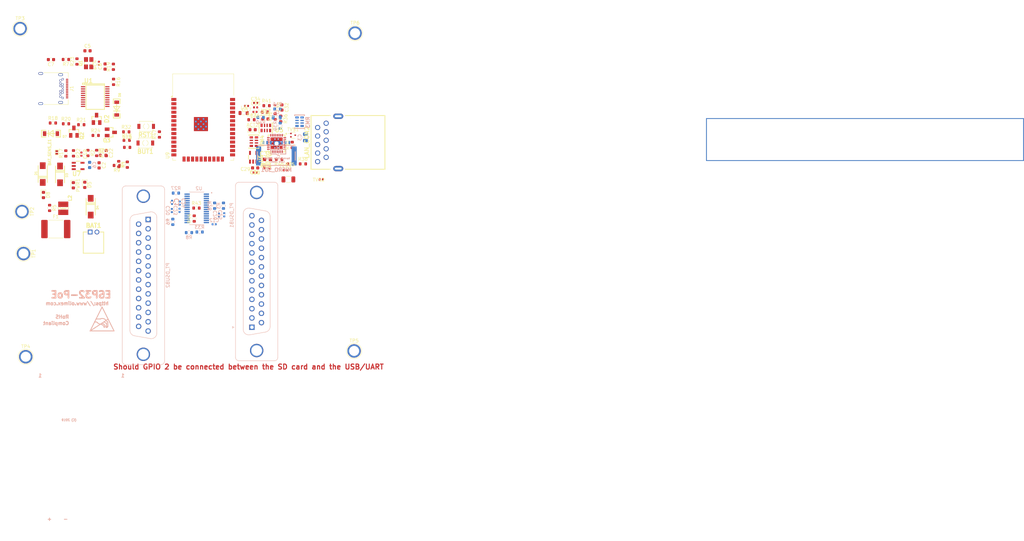
<source format=kicad_pcb>
(kicad_pcb (version 20240108) (generator "pcbnew") (generator_version "8.0")
  (title_block (title "ESP-PoE") (date "2019-03-22") (rev "D") (company "OLIMEX Ltd.") (comment 1 "https://www.olimex.com"))
  (layers (0 "F.Cu" mixed) (31 "B.Cu" mixed) (34 "B.Paste" user) (35 "F.Paste" user) (36 "B.SilkS" user "B.Silkscreen") (37 "F.SilkS" user "F.Silkscreen") (38 "B.Mask" user) (39 "F.Mask" user) (44 "Edge.Cuts" user))
  (net 0 "")
  (net 1 "PT1_E-")
  (net 2 "Net-(D5-K)")
  (net 3 "Net-(D5-A)")
  (net 4 "PT1_E+")
  (net 5 "Net-(F1-Pad2)")
  (net 8 "PT6_A+")
  (net 9 "PT3_A+")
  (net 11 "PT4_A+")
  (net 13 "PT1_A+")
  (net 16 "PT5_A+")
  (net 17 "PT2_A+")
  (net 20 "PT8_E-")
  (net 22 "PT9_E+")
  (net 23 "PT8_A+")
  (net 24 "PT9_A+")
  (net 27 "PT10_E+")
  (net 29 "PT7_E+")
  (net 30 "PT7_E-")
  (net 33 "PT10_A+")
  (net 35 "PT7_A+")
  (net 37 "PT9_E-")
  (net 38 "PT10_E-")
  (net 42 "PT8_E+")
  (net 44 "Net-(U2-RESET{slash}PWDN)")
  (net 45 "/GPIO10")
  (net 46 "Net-(U2-CS)")
  (net 47 "Net-(J1-CC1)")
  (net 48 "Net-(U2-DRDY)")
  (net 49 "Net-(J1-CC2)")
  (net 50 "/GPIO32")
  (net 51 "Net-(U2-DIN)")
  (net 52 "Net-(U2-SCLK)")
  (net 53 "Net-(U2-DOUT{slash}DRDY)")
  (net 54 "/GPIO33")
  (net 55 "Net-(ACT2-A)")
  (net 56 "Net-(ACT2-K)")
  (net 57 "Net-(MICRO_SD1-VDD)")
  (net 58 "Net-(U1-XI)")
  (net 59 "Net-(U1-XO)")
  (net 60 "Net-(D3-K)")
  (net 61 "/+5V_USB")
  (net 62 "Net-(U1-V3)")
  (net 63 "Net-(U2-BYPASS)")
  (net 64 "Net-(BAT_SENS_E1-Pad2)")
  (net 65 "+3V3")
  (net 66 "Net-(U2-REFOUT)")
  (net 67 "+3.3VLAN")
  (net 68 "Net-(LAN_CON2-Shield)")
  (net 69 "Net-(LAN_CON2-RCT)")
  (net 70 "Net-(U5-VDDCR)")
  (net 72 "Net-(U1-UD-)")
  (net 74 "Net-(U1-UD+)")
  (net 75 "Net-(LNK2-K)")
  (net 76 "Net-(LNK2-A)")
  (net 77 "Net-(PWR1-K)")
  (net 78 "/GPI39")
  (net 79 "/GPIO3\\U0RXD")
  (net 80 "Net-(D4-K)")
  (net 81 "Net-(D7-A)")
  (net 82 "Net-(Q3-E)")
  (net 83 "Net-(Q2-B)")
  (net 84 "Net-(Q2-E)")
  (net 85 "Net-(Q3-B)")
  (net 86 "/D_Com")
  (net 87 "Net-(Q3-C)")
  (net 88 "Net-(U7-FB)")
  (net 89 "/ESP_EN")
  (net 90 "/RD-")
  (net 91 "/RD+")
  (net 92 "/TD-")
  (net 93 "/TD+")
  (net 94 "/GPIO15\\HS2_CMD")
  (net 95 "Net-(MICRO_SD1-CLK{slash}SCLK)")
  (net 96 "/GPIO14\\HS2_CLK")
  (net 97 "/GPIO16\\I2C-SCL")
  (net 98 "/GPIO0")
  (net 99 "Net-(U5-RXER{slash}RXD4{slash}PHYAD0)")
  (net 100 "/GPIO2\\HS2_DATA0")
  (net 101 "Net-(MICRO_SD1-DAT0{slash}DO)")
  (net 102 "Net-(BUT1-Pad2)")
  (net 103 "/GPI34\\BUT1")
  (net 104 "Net-(U5-NRST)")
  (net 105 "Net-(U5-RBIAS)")
  (net 106 "/GPIO22\\EMAC_TXD1(RMII)")
  (net 107 "/GPIO23\\MDC(RMII)")
  (net 109 "/GPI35")
  (net 111 "/GPIO19\\EMAC_TXD0(RMII)")
  (net 112 "/GPIO17\\EMAC_CLK_OUT_180")
  (net 114 "/GPIO13\\I2C-SDA")
  (net 115 "/GPIO25\\EMAC_RXD0(RMII)")
  (net 116 "/GPIO1\\U0TXD")
  (net 118 "/GPI36\\U1RXD")
  (net 119 "/GPIO12\\PHY_PWR")
  (net 120 "/GPIO26\\EMAC_RXD1(RMII)")
  (net 121 "/GPIO27\\EMAC_RX_CRS_DV")
  (net 123 "/GPIO4\\U1TXD")
  (net 124 "/GPIO21\\EMAC_TX_EN(RMII)")
  (net 125 "/GPIO5\\SPI_CS")
  (net 126 "/GPIO18\\MDIO(RMII)")
  (net 128 "Net-(D4-A)")
  (net 129 "Net-(U2-CAPN)")
  (net 130 "Net-(U2-CAPP)")
  (net 131 "Net-(D6-K)")
  (net 132 "Net-(U7-LX)")
  (net 133 "Spare1")
  (net 134 "Spare2")
  (net 135 "Net-(MICRO_SD1-DAT1{slash}RES)")
  (net 136 "Net-(MICRO_SD1-CD{slash}DAT3{slash}CS)")
  (net 137 "Net-(MICRO_SD1-DAT2{slash}RES)")
  (net 139 "Net-(U5-RXD3{slash}PHYAD2)")
  (net 140 "Net-(U5-RXCLK{slash}PHYAD1)")
  (net 141 "Net-(U5-RXD2{slash}RMIISEL)")
  (footprint "Capacitor_SMD:C_0402_1005Metric" (layer "F.Cu") (at 155.6648 39.751)
    (property "Reference" "C34" (at 0 -1.16 0) (layer "F.SilkS"))
    (property "Value" "100nF/16V/10%/X7R/C0402")
    (pad "1" smd roundrect (at -0.48 0) (size 0.56 0.62) (layers "F.Cu" "F.Paste" "F.Mask") (net 69 "Net-(LAN_CON2-RCT)"))
    (pad "2" smd roundrect (at 0.48 0) (size 0.56 0.62) (layers "F.Cu" "F.Paste" "F.Mask") (net 1 "PT1_E-"))
  )
  (footprint "Diode_SMD:D_0402_1005Metric" (layer "F.Cu") (at 164.4604 59.8388)
    (property "Reference" "TVS3" (at 0 -1.17 0) (layer "F.SilkS"))
    (property "Value" "NA(GG0402052R542P)")
    (pad "1" smd roundrect (at -0.485 0) (size 0.59 0.64) (layers "F.Cu" "F.Paste" "F.Mask") (net 91 "/RD+"))
    (pad "2" smd roundrect (at 0.485 0) (size 0.59 0.64) (layers "F.Cu" "F.Paste" "F.Mask") (net 90 "/RD-"))
  )
  (footprint "Resistor_SMD:R_0603_1608Metric" (layer "F.Cu") (at 159.0176 59.0804 180)
    (property "Reference" "R50" (at 0.1984 0.8778 180) (layer "F.SilkS"))
    (property "Value" "10k/R0402")
    (pad "1" smd roundrect (at -0.825 0 180) (size 0.8 0.95) (layers "F.Cu" "F.Paste" "F.Mask") (net 104 "Net-(U5-NRST)"))
    (pad "2" smd roundrect (at 0.825 0 180) (size 0.8 0.95) (layers "F.Cu" "F.Paste" "F.Mask") (net 67 "+3.3VLAN"))
  )
  (footprint "Capacitor_SMD:C_0603_1608Metric" (layer "F.Cu") (at 94.6872 26.8538 180)
    (property "Reference" "C7" (at 0 -1.43 180) (layer "F.SilkS"))
    (property "Value" "22uF/6.3V/20%/X5R/C0603")
    (pad "1" smd roundrect (at -0.775 0 180) (size 0.9 0.95) (layers "F.Cu" "F.Paste" "F.Mask") (net 61 "/+5V_USB"))
    (pad "2" smd roundrect (at 0.775 0 180) (size 0.9 0.95) (layers "F.Cu" "F.Paste" "F.Mask") (net 1 "PT1_E-"))
  )
  (footprint "Resistor_SMD:R_0603_1608Metric" (layer "F.Cu") (at 101.397 54.781 -90)
    (property "Reference" "R22" (at 0 -1.43 90) (layer "F.SilkS"))
    (property "Value" "470k/R0402")
    (pad "1" smd roundrect (at -0.825 0 270) (size 0.8 0.95) (layers "F.Cu" "F.Paste" "F.Mask") (net 64 "Net-(BAT_SENS_E1-Pad2)"))
    (pad "2" smd roundrect (at 0.825 0 270) (size 0.8 0.95) (layers "F.Cu" "F.Paste" "F.Mask") (net 1 "PT1_E-"))
  )
  (footprint "TestPoint:TestPoint_Plated_Hole_D3.0mm" (layer "F.Cu") (at 86.5124 84.6582 -90)
    (property "Reference" "TP1" (at 0 -3.048 90) (layer "F.SilkS"))
    (property "Value" "TestPoint_Small")
    (pad "1" thru_hole circle (at 0 0 270) (size 4 4) (drill 3) (layers "*.Cu" "*.Mask") (net 5 "Net-(F1-Pad2)"))
  )
  (footprint "Capacitor_SMD:C_0603_1608Metric" (layer "F.Cu") (at 109.0255 58.3738 -90)
    (property "Reference" "C2" (at 0 -1.43 90) (layer "F.SilkS"))
    (property "Value" "22uF")
    (pad "1" smd roundrect (at -0.775 0 270) (size 0.9 0.95) (layers "F.Cu" "F.Paste" "F.Mask") (net 1 "PT1_E-"))
    (pad "2" smd roundrect (at 0.775 0 270) (size 0.9 0.95) (layers "F.Cu" "F.Paste" "F.Mask") (net 2 "Net-(D5-K)"))
  )
  (footprint "Capacitor_SMD:C_0402_1005Metric" (layer "F.Cu") (at 152.9496 40.6654 180)
    (property "Reference" "C37" (at 0 -1.16 180) (layer "F.SilkS"))
    (property "Value" "100nF/16V/10%/X7R/C0402")
    (pad "1" smd roundrect (at -0.48 0 180) (size 0.56 0.62) (layers "F.Cu" "F.Paste" "F.Mask") (net 1 "PT1_E-"))
    (pad "2" smd roundrect (at 0.48 0 180) (size 0.56 0.62) (layers "F.Cu" "F.Paste" "F.Mask") (net 67 "+3.3VLAN"))
  )
  (footprint "Resistor_SMD:R_0603_1608Metric" (layer "F.Cu") (at 169.7615 57.9374)
    (property "Reference" "R38" (at 0 -1.43 360) (layer "F.SilkS"))
    (property "Value" "49.9R/1%/R0402")
    (pad "1" smd roundrect (at -0.825 0) (size 0.8 0.95) (layers "F.Cu" "F.Paste" "F.Mask") (net 69 "Net-(LAN_CON2-RCT)"))
    (pad "2" smd roundrect (at 0.825 0) (size 0.8 0.95) (layers "F.Cu" "F.Paste" "F.Mask") (net 93 "/TD+"))
  )
  (footprint "Resistor_SMD:R_0603_1608Metric" (layer "F.Cu") (at 161.4814 43.815 90)
    (property "Reference" "R51" (at 0 -1.43 270) (layer "F.SilkS"))
    (property "Value" "12.1k/1%/R0402")
    (pad "1" smd roundrect (at -0.825 0 90) (size 0.8 0.95) (layers "F.Cu" "F.Paste" "F.Mask") (net 105 "Net-(U5-RBIAS)"))
    (pad "2" smd roundrect (at 0.825 0 90) (size 0.8 0.95) (layers "F.Cu" "F.Paste" "F.Mask") (net 1 "PT1_E-"))
  )
  (footprint "OLIMEX_Transistors-FP:SOT23" (layer "F.Cu") (at 112.53324 48.54556 180)
    (property "Reference" "Q3" (at 1.22174 -2.38506 180) (layer "F.SilkS") (effects (font (size 1.1 1.1) (thickness 0.254))))
    (property "Value" "BC817-40(SOT23)")
    (pad "1" smd rect (at 1.10744 0.94996 180) (size 1.4 1) (layers "F.Cu" "F.Paste" "F.Mask") (net 85 "Net-(Q3-B)") (clearance 0.0508))
    (pad "2" smd rect (at 1.10744 -0.9525 180) (size 1.4 1) (layers "F.Cu" "F.Paste" "F.Mask") (net 82 "Net-(Q3-E)") (clearance 0.0508))
    (pad "3" smd rect (at -1.10236 0.00254 180) (size 1.4 1) (layers "F.Cu" "F.Paste" "F.Mask") (net 87 "Net-(Q3-C)") (clearance 0.0508))
  )
  (footprint "Diode_SMD:D_0603_1608Metric" (layer "F.Cu") (at 92.4454 67.2071 -90)
    (property "Reference" "D8" (at 0 -1.43 90) (layer "F.SilkS"))
    (property "Value" "D_Small")
    (pad "1" smd roundrect (at -0.7875 0 270) (size 0.875 0.95) (layers "F.Cu" "F.Paste" "F.Mask") (net 4 "PT1_E+"))
    (pad "2" smd roundrect (at 0.7875 0 270) (size 0.875 0.95) (layers "F.Cu" "F.Paste" "F.Mask") (net 2 "Net-(D5-K)"))
  )
  (footprint "OLIMEX_Diodes-FP:SOD-123_1C-2A_KA" (layer "F.Cu") (at 94.6922 48.9164)
    (property "Reference" "D7" (at 4.064 0.889 360) (layer "F.SilkS") (effects (font (size 0.635 0.635) (thickness 0.15875))))
    (property "Value" "1N5819S4(SOD-123)")
    (pad "1" smd rect (at -1.9 0) (size 1 1.4) (layers "F.Cu" "F.Paste" "F.Mask") (net 116 "/GPIO1\\U0TXD") (clearance 0.0508))
    (pad "2" smd rect (at 1.9 0) (size 1 1.4) (layers "F.Cu" "F.Paste" "F.Mask") (net 81 "Net-(D7-A)") (clearance 0.0508))
  )
  (footprint "OLIMEX_Diodes-FP:SMA-KA" (layer "F.Cu") (at 97.3923 61.064 -90)
    (property "Reference" "D3" (at 0.254 -2.032 90) (layer "F.SilkS") (effects (font (size 0.635 0.635) (thickness 0.15875))))
    (property "Value" "1N5822/SS34/SMA")
    (pad "1" smd rect (at -2.5 0 270) (size 2 1.7) (layers "F.Cu" "F.Paste" "F.Mask") (net 60 "Net-(D3-K)"))
    (pad "2" smd rect (at 2.5 0 270) (size 2 1.7) (layers "F.Cu" "F.Paste" "F.Mask") (net 4 "PT1_E+"))
  )
  (footprint "RF_Module:ESP32-WROOM-32" (layer "F.Cu") (at 140.0508 46.9846)
    (property "Reference" "U9" (at -10.61 8.43 90) (layer "F.SilkS"))
    (property "Value" "ESP-WROOM-32")
    (pad "1" smd rect (at -8.75 -8.25) (size 1.5 0.9) (layers "F.Cu" "F.Paste" "F.Mask") (net 1 "PT1_E-"))
    (pad "2" smd rect (at -8.75 -6.98) (size 1.5 0.9) (layers "F.Cu" "F.Paste" "F.Mask") (net 65 "+3V3"))
    (pad "3" smd rect (at -8.75 -5.71) (size 1.5 0.9) (layers "F.Cu" "F.Paste" "F.Mask") (net 89 "/ESP_EN"))
    (pad "4" smd rect (at -8.75 -4.44) (size 1.5 0.9) (layers "F.Cu" "F.Paste" "F.Mask") (net 118 "/GPI36\\U1RXD"))
    (pad "5" smd rect (at -8.75 -3.17) (size 1.5 0.9) (layers "F.Cu" "F.Paste" "F.Mask") (net 78 "/GPI39"))
    (pad "6" smd rect (at -8.75 -1.9) (size 1.5 0.9) (layers "F.Cu" "F.Paste" "F.Mask") (net 103 "/GPI34\\BUT1"))
    (pad "7" smd rect (at -8.75 -0.63) (size 1.5 0.9) (layers "F.Cu" "F.Paste" "F.Mask") (net 109 "/GPI35"))
    (pad "8" smd rect (at -8.75 0.64) (size 1.5 0.9) (layers "F.Cu" "F.Paste" "F.Mask") (net 50 "/GPIO32"))
    (pad "9" smd rect (at -8.75 1.91) (size 1.5 0.9) (layers "F.Cu" "F.Paste" "F.Mask") (net 54 "/GPIO33"))
    (pad "10" smd rect (at -8.75 3.18) (size 1.5 0.9) (layers "F.Cu" "F.Paste" "F.Mask") (net 115 "/GPIO25\\EMAC_RXD0(RMII)"))
    (pad "11" smd rect (at -8.75 4.45) (size 1.5 0.9) (layers "F.Cu" "F.Paste" "F.Mask") (net 120 "/GPIO26\\EMAC_RXD1(RMII)"))
    (pad "12" smd rect (at -8.75 5.72) (size 1.5 0.9) (layers "F.Cu" "F.Paste" "F.Mask") (net 121 "/GPIO27\\EMAC_RX_CRS_DV"))
    (pad "13" smd rect (at -8.75 6.99) (size 1.5 0.9) (layers "F.Cu" "F.Paste" "F.Mask") (net 96 "/GPIO14\\HS2_CLK"))
    (pad "14" smd rect (at -8.75 8.26) (size 1.5 0.9) (layers "F.Cu" "F.Paste" "F.Mask") (net 119 "/GPIO12\\PHY_PWR"))
    (pad "15" smd rect (at -5.71 9.51 90) (size 1.5 0.9) (layers "F.Cu" "F.Paste" "F.Mask") (net 1 "PT1_E-"))
    (pad "16" smd rect (at -4.44 9.51 90) (size 1.5 0.9) (layers "F.Cu" "F.Paste" "F.Mask") (net 114 "/GPIO13\\I2C-SDA"))
    (pad "17" smd rect (at -3.17 9.51 90) (size 1.5 0.9) (layers "F.Cu" "F.Paste" "F.Mask"))
    (pad "18" smd rect (at -1.9 9.51 90) (size 1.5 0.9) (layers "F.Cu" "F.Paste" "F.Mask") (net 45 "/GPIO10"))
    (pad "19" smd rect (at -0.63 9.51 90) (size 1.5 0.9) (layers "F.Cu" "F.Paste" "F.Mask"))
    (pad "20" smd rect (at 0.64 9.51 90) (size 1.5 0.9) (layers "F.Cu" "F.Paste" "F.Mask"))
    (pad "21" smd rect (at 1.91 9.51 90) (size 1.5 0.9) (layers "F.Cu" "F.Paste" "F.Mask"))
    (pad "22" smd rect (at 3.18 9.51 90) (size 1.5 0.9) (layers "F.Cu" "F.Paste" "F.Mask"))
    (pad "23" smd rect (at 4.45 9.51 90) (size 1.5 0.9) (layers "F.Cu" "F.Paste" "F.Mask") (net 94 "/GPIO15\\HS2_CMD"))
    (pad "24" smd rect (at 5.72 9.51 90) (size 1.5 0.9) (layers "F.Cu" "F.Paste" "F.Mask") (net 100 "/GPIO2\\HS2_DATA0"))
    (pad "25" smd rect (at 8.75 8.26) (size 1.5 0.9) (layers "F.Cu" "F.Paste" "F.Mask") (net 98 "/GPIO0"))
    (pad "26" smd rect (at 8.75 6.99) (size 1.5 0.9) (layers "F.Cu" "F.Paste" "F.Mask") (net 123 "/GPIO4\\U1TXD"))
    (pad "27" smd rect (at 8.75 5.72) (size 1.5 0.9) (layers "F.Cu" "F.Paste" "F.Mask") (net 97 "/GPIO16\\I2C-SCL"))
    (pad "28" smd rect (at 8.75 4.45) (size 1.5 0.9) (layers "F.Cu" "F.Paste" "F.Mask") (net 112 "/GPIO17\\EMAC_CLK_OUT_180"))
    (pad "29" smd rect (at 8.75 3.18) (size 1.5 0.9) (layers "F.Cu" "F.Paste" "F.Mask") (net 125 "/GPIO5\\SPI_CS"))
    (pad "30" smd rect (at 8.75 1.91) (size 1.5 0.9) (layers "F.Cu" "F.Paste" "F.Mask") (net 126 "/GPIO18\\MDIO(RMII)"))
    (pad "31" smd rect (at 8.75 0.64) (size 1.5 0.9) (layers "F.Cu" "F.Paste" "F.Mask") (net 111 "/GPIO19\\EMAC_TXD0(RMII)"))
    (pad "32" smd rect (at 8.75 -0.63) (size 1.5 0.9) (layers "F.Cu" "F.Paste" "F.Mask"))
    (pad "33" smd rect (at 8.75 -1.9) (size 1.5 0.9) (layers "F.Cu" "F.Paste" "F.Mask") (net 124 "/GPIO21\\EMAC_TX_EN(RMII)"))
    (pad "34" smd rect (at 8.75 -3.17) (size 1.5 0.9) (layers "F.Cu" "F.Paste" "F.Mask") (net 79 "/GPIO3\\U0RXD"))
    (pad "35" smd rect (at 8.75 -4.44) (size 1.5 0.9) (layers "F.Cu" "F.Paste" "F.Mask") (net 116 "/GPIO1\\U0TXD"))
    (pad "36" smd rect (at 8.75 -5.71) (size 1.5 0.9) (layers "F.Cu" "F.Paste" "F.Mask") (net 106 "/GPIO22\\EMAC_TXD1(RMII)"))
    (pad "37" smd rect (at 8.75 -6.98) (size 1.5 0.9) (layers "F.Cu" "F.Paste" "F.Mask") (net 107 "/GPIO23\\MDC(RMII)"))
    (pad "38" smd rect (at 8.75 -8.25) (size 1.5 0.9) (layers "F.Cu" "F.Paste" "F.Mask") (net 1 "PT1_E-"))
    (pad "39" smd rect (at -2.205 -2.435) (size 1.05 1.05) (layers "F.Cu" "F.Paste") (net 1 "PT1_E-"))
    (pad "39" thru_hole circle (at -2.205 -1.6725) (size 0.6 0.6) (drill 0.2) (property pad_prop_heatsink) (layers "*.Cu" "F.Mask") (net 1 "PT1_E-"))
    (pad "39" smd rect (at -2.205 -0.91) (size 1.05 1.05) (layers "F.Cu" "F.Paste") (net 1 "PT1_E-"))
    (pad "39" thru_hole circle (at -2.205 -0.1475) (size 0.6 0.6) (drill 0.2) (property pad_prop_heatsink) (layers "*.Cu" "F.Mask") (net 1 "PT1_E-"))
    (pad "39" smd rect (at -2.205 0.615) (size 1.05 1.05) (layers "F.Cu" "F.Paste") (net 1 "PT1_E-"))
    (pad "39" thru_hole circle (at -1.4425 -2.435) (size 0.6 0.6) (drill 0.2) (property pad_prop_heatsink) (layers "*.Cu" "F.Mask") (net 1 "PT1_E-"))
    (pad "39" thru_hole circle (at -1.4425 -0.91) (size 0.6 0.6) (drill 0.2) (property pad_prop_heatsink) (layers "*.Cu" "F.Mask") (net 1 "PT1_E-"))
    (pad "39" thru_hole circle (at -1.4425 0.615) (size 0.6 0.6) (drill 0.2) (property pad_prop_heatsink) (layers "*.Cu" "F.Mask") (net 1 "PT1_E-"))
    (pad "39" smd rect (at -0.68 -2.435) (size 1.05 1.05) (layers "F.Cu" "F.Paste") (net 1 "PT1_E-"))
    (pad "39" thru_hole circle (at -0.68 -1.6725) (size 0.6 0.6) (drill 0.2) (property pad_prop_heatsink) (layers "*.Cu" "F.Mask") (net 1 "PT1_E-"))
    (pad "39" smd rect (at -0.68 -0.91) (size 1.05 1.05) (layers "F.Cu" "F.Paste") (net 1 "PT1_E-"))
    (pad "39" smd rect (at -0.68 -0.91) (size 4.2 4.2) (layers "F.Cu" "F.Mask") (net 1 "PT1_E-"))
    (pad "39" thru_hole circle (at -0.68 -0.1475) (size 0.6 0.6) (drill 0.2) (property pad_prop_heatsink) (layers "*.Cu" "F.Mask") (net 1 "PT1_E-"))
    (pad "39" smd rect (at -0.68 0.615) (size 1.05 1.05) (layers "F.Cu" "F.Paste") (net 1 "PT1_E-"))
    (pad "39" thru_hole circle (at 0.0825 -2.435) (size 0.6 0.6) (drill 0.2) (property pad_prop_heatsink) (layers "*.Cu" "F.Mask") (net 1 "PT1_E-"))
    (pad "39" thru_hole circle (at 0.0825 -0.91) (size 0.6 0.6) (drill 0.2) (property pad_prop_heatsink) (layers "*.Cu" "F.Mask") (net 1 "PT1_E-"))
    (pad "39" thru_hole circle (at 0.0825 0.615) (size 0.6 0.6) (drill 0.2) (property pad_prop_heatsink) (layers "*.Cu" "F.Mask") (net 1 "PT1_E-"))
    (pad "39" smd rect (at 0.845 -2.435) (size 1.05 1.05) (layers "F.Cu" "F.Paste") (net 1 "PT1_E-"))
    (pad "39" thru_hole circle (at 0.845 -1.6725) (size 0.6 0.6) (drill 0.2) (property pad_prop_heatsink) (layers "*.Cu" "F.Mask") (net 1 "PT1_E-"))
    (pad "39" smd rect (at 0.845 -0.91) (size 1.05 1.05) (layers "F.Cu" "F.Paste") (net 1 "PT1_E-"))
    (pad "39" thru_hole circle (at 0.845 -0.1475) (size 0.6 0.6) (drill 0.2) (property pad_prop_heatsink) (layers "*.Cu" "F.Mask") (net 1 "PT1_E-"))
    (pad "39" smd rect (at 0.845 0.615) (size 1.05 1.05) (layers "F.Cu" "F.Paste") (net 1 "PT1_E-"))
  )
  (footprint "Capacitor_SMD:C_0402_1005Metric" (layer "F.Cu") (at 155.487 42.4434 180)
    (property "Reference" "C36" (at 0 -1.16 180) (layer "F.SilkS"))
    (property "Value" "100nF/16V/10%/X7R/C0402")
    (pad "1" smd roundrect (at -0.48 0 180) (size 0.56 0.62) (layers "F.Cu" "F.Paste" "F.Mask") (net 70 "Net-(U5-VDDCR)"))
    (pad "2" smd roundrect (at 0.48 0 180) (size 0.56 0.62) (layers "F.Cu" "F.Paste" "F.Mask") (net 1 "PT1_E-"))
  )
  (footprint "Resistor_SMD:R_0603_1608Metric" (layer "F.Cu") (at 102.4342 27.4258 90)
    (property "Reference" "R23" (at 0 -1.43 270) (layer "F.SilkS"))
    (property "Value" "R_Small")
    (pad "1" smd roundrect (at -0.825 0 90) (size 0.8 0.95) (layers "F.Cu" "F.Paste" "F.Mask") (net 49 "Net-(J1-CC2)"))
    (pad "2" smd roundrect (at 0.825 0 90) (size 0.8 0.95) (layers "F.Cu" "F.Paste" "F.Mask") (net 1 "PT1_E-"))
  )
  (footprint "Resistor_SMD:R_0603_1608Metric" (layer "F.Cu") (at 108.0126 49.4596)
    (property "Reference" "R24" (at 0 -1.43 360) (layer "F.SilkS"))
    (property "Value" "220R/R0402")
    (pad "1" smd roundrect (at -0.825 0) (size 0.8 0.95) (layers "F.Cu" "F.Paste" "F.Mask") (net 87 "Net-(Q3-C)"))
    (pad "2" smd roundrect (at 0.825 0) (size 0.8 0.95) (layers "F.Cu" "F.Paste" "F.Mask") (net 86 "/D_Com"))
  )
  (footprint "OLIMEX_Diodes-FP:SOT23-3" (layer "F.Cu") (at 108.2788 44.5144 -90)
    (property "Reference" "D2" (at 0 -3.048 90) (layer "F.SilkS") (effects (font (size 1.27 1.27) (thickness 0.254))))
    (property "Value" "BAT54C(SOT23-3)")
    (pad "1" smd rect (at 1.1 0.95) (size 1 1.4) (layers "F.Cu" "F.Paste" "F.Mask") (net 100 "/GPIO2\\HS2_DATA0"))
    (pad "2" smd rect (at 1.1 -0.95) (size 1 1.4) (layers "F.Cu" "F.Paste" "F.Mask") (net 98 "/GPIO0"))
    (pad "3" smd rect (at -1.1 0) (size 1 1.4) (layers "F.Cu" "F.Paste" "F.Mask") (net 86 "/D_Com"))
  )
  (footprint "Capacitor_SMD:C_0603_1608Metric" (layer "F.Cu") (at 163.488 41.1226 -90)
    (property "Reference" "C32" (at 0 -1.43 90) (layer "F.SilkS"))
    (property "Value" "22uF/6.3V/20%/X5R/C0603")
    (pad "1" smd roundrect (at -0.775 0 270) (size 0.9 0.95) (layers "F.Cu" "F.Paste" "F.Mask") (net 69 "Net-(LAN_CON2-RCT)"))
    (pad "2" smd roundrect (at 0.775 0 270) (size 0.9 0.95) (layers "F.Cu" "F.Paste" "F.Mask") (net 1 "PT1_E-"))
  )
  (footprint "Capacitor_SMD:C_0402_1005Metric" (layer "F.Cu") (at 155.6622 41.0972)
    (property "Reference" "C33" (at 0 -1.16 360) (layer "F.SilkS"))
    (property "Value" "100nF/16V/10%/X7R/C0402")
    (pad "1" smd roundrect (at -0.48 0) (size 0.56 0.62) (layers "F.Cu" "F.Paste" "F.Mask") (net 69 "Net-(LAN_CON2-RCT)"))
    (pad "2" smd roundrect (at 0.48 0) (size 0.56 0.62) (layers "F.Cu" "F.Paste" "F.Mask") (net 1 "PT1_E-"))
  )
  (footprint "Fuse:Fuse_2920_7451Metric" (layer "F.Cu") (at 96.129 77.35)
    (property "Reference" "F1" (at 0 -3.68 360) (layer "F.SilkS"))
    (property "Value" "6A Fuse")
    (pad "1" smd roundrect (at -3.3875 0) (size 1.925 5.45) (layers "F.Cu" "F.Paste" "F.Mask") (roundrect_rratio 0.12987) (net 2 "Net-(D5-K)"))
    (pad "2" smd roundrect (at 3.3875 0) (size 1.925 5.45) (layers "F.Cu" "F.Paste" "F.Mask") (roundrect_rratio 0.12987) (net 5 "Net-(F1-Pad2)"))
  )
  (footprint "Resistor_SMD:R_0603_1608Metric" (layer "F.Cu") (at 117.1194 48.387)
    (property "Reference" "R32" (at 0 -1.43 0) (layer "F.SilkS"))
    (property "Value" "470k/R0402")
    (pad "1" smd roundrect (at -0.825 0) (size 0.8 0.95) (layers "F.Cu" "F.Paste" "F.Mask") (net 65 "+3V3"))
    (pad "2" smd roundrect (at 0.825 0) (size 0.8 0.95) (layers "F.Cu" "F.Paste" "F.Mask") (net 89 "/ESP_EN"))
  )
  (footprint "Capacitor_SMD:C_0603_1608Metric" (layer "F.Cu") (at 105.5708 24.2376)
    (property "Reference" "C5" (at 0 -1.43 360) (layer "F.SilkS"))
    (property "Value" "27pF/50V/5%/C0G/C0402")
    (pad "1" smd roundrect (at -0.775 0) (size 0.9 0.95) (layers "F.Cu" "F.Paste" "F.Mask") (net 59 "Net-(U1-XO)"))
    (pad "2" smd roundrect (at 0.775 0) (size 0.9 0.95) (layers "F.Cu" "F.Paste" "F.Mask") (net 1 "PT1_E-"))
  )
  (footprint "Resistor_SMD:R_0603_1608Metric" (layer "F.Cu") (at 154.4199 44.7802)
    (property "Reference" "R42" (at 0 -1.43 0) (layer "F.SilkS"))
    (property "Value" "2.2k/R0402")
    (pad "1" smd roundrect (at -0.825 0) (size 0.8 0.95) (layers "F.Cu" "F.Paste" "F.Mask") (net 56 "Net-(ACT2-K)"))
    (pad "2" smd roundrect (at 0.825 0) (size 0.8 0.95) (layers "F.Cu" "F.Paste" "F.Mask") (net 1 "PT1_E-"))
  )
  (footprint "TestPoint:TestPoint_Plated_Hole_D3.0mm" (layer "F.Cu") (at 185.293 18.9738)
    (property "Reference" "TP6" (at 0 -3.048 0) (layer "F.SilkS"))
    (property "Value" "Mounting Hole")
    (pad "1" thru_hole circle (at 0 0) (size 4 4) (drill 3) (layers "*.Cu" "*.Mask"))
  )
  (footprint "TestPoint:TestPoint_Plated_Hole_D3.0mm" (layer "F.Cu") (at 85.4964 17.6276)
    (property "Reference" "TP3" (at 0 -3.048 0) (layer "F.SilkS"))
    (property "Value" "Mounting Hole")
    (pad "1" thru_hole circle (at 0 0) (size 4 4) (drill 3) (layers "*.Cu" "*.Mask"))
  )
  (footprint "OLIMEX_Crystal-FP:TSX-3.2x2.5mm_GND(3)" (layer "F.Cu") (at 105.9266 27.9284 90)
    (property "Reference" "Q1" (at 0 -2.3495 270) (layer "F.SilkS") (effects (font (size 0.889 0.889) (thickness 0.22225))))
    (property "Value" "Q12MHz/20pF/10ppm/4P/3.2x2.5mm")
    (fp_text user "o" (at -1.4605 1.9685 360) (layer "F.SilkS") (effects (font (size 0.8 0.8) (thickness 0.2))))
    (pad "1" smd rect (at -1.1 0.8 90) (size 1.4 1.2) (layers "F.Cu" "F.Paste" "F.Mask") (net 58 "Net-(U1-XI)"))
    (pad "2" smd rect (at 1.1 -0.8 90) (size 1.4 1.2) (layers "F.Cu" "F.Paste" "F.Mask") (net 59 "Net-(U1-XO)"))
    (pad "3" smd rect (at -1.1 -0.8 90) (size 1.4 1.2) (layers "F.Cu" "F.Paste" "F.Mask") (net 1 "PT1_E-"))
    (pad "3" smd rect (at 1.1 0.8 90) (size 1.4 1.2) (layers "F.Cu" "F.Paste" "F.Mask") (net 1 "PT1_E-"))
  )
  (footprint "OLIMEX_IC-FP:SSOP-20W" (layer "F.Cu") (at 107.8698 37.8774 -90)
    (property "Reference" "U1" (at -4.7 2 180) (layer "F.SilkS") (effects (font (size 1.27 1.27) (thickness 0.254))))
    (property "Value" "CH340T(SSOP20W)")
    (fp_text user "o" (at -3.81 3.556 90) (layer "F.SilkS") (effects (font (size 1.016 1.016) (thickness 0.254))))
    (pad "1" smd rect (at -2.925 3.6195 270) (size 0.325 1.27) (layers "F.Cu" "F.Paste" "F.Mask"))
    (pad "2" smd rect (at -2.275 3.6195 270) (size 0.325 1.27) (layers "F.Cu" "F.Paste" "F.Mask"))
    (pad "3" smd rect (at -1.625 3.6195 270) (size 0.325 1.27) (layers "F.Cu" "F.Paste" "F.Mask") (net 131 "Net-(D6-K)"))
    (pad "4" smd rect (at -0.975 3.6195 270) (size 0.325 1.27) (layers "F.Cu" "F.Paste" "F.Mask") (net 81 "Net-(D7-A)"))
    (pad "5" smd rect (at -0.325 3.6195 270) (size 0.325 1.27) (layers "F.Cu" "F.Paste" "F.Mask") (net 62 "Net-(U1-V3)"))
    (pad "6" smd rect (at 0.325 3.6195 270) (size 0.325 1.27) (layers "F.Cu" "F.Paste" "F.Mask") (net 74 "Net-(U1-UD+)"))
    (pad "7" smd rect (at 0.975 3.6195 270) (size 0.325 1.27) (layers "F.Cu" "F.Paste" "F.Mask") (net 72 "Net-(U1-UD-)"))
    (pad "8" smd rect (at 1.625 3.6195 270) (size 0.325 1.27) (layers "F.Cu" "F.Paste" "F.Mask") (net 1 "PT1_E-"))
    (pad "9" smd rect (at 2.275 3.6195 270) (size 0.325 1.27) (layers "F.Cu" "F.Paste" "F.Mask") (net 58 "Net-(U1-XI)"))
    (pad "10" smd rect (at 2.925 3.6195 270) (size 0.325 1.27) (layers "F.Cu" "F.Paste" "F.Mask") (net 59 "Net-(U1-XO)"))
    (pad "11" smd rect (at 2.925 -3.6195 270) (size 0.325 1.27) (layers "F.Cu" "F.Paste" "F.Mask"))
    (pad "12" smd rect (at 2.275 -3.6195 270) (size 0.325 1.27) (layers "F.Cu" "F.Paste" "F.Mask"))
    (pad "13" smd rect (at 1.625 -3.6195 270) (size 0.325 1.27) (layers "F.Cu" "F.Paste" "F.Mask"))
    (pad "14" smd rect (at 0.975 -3.6195 270) (size 0.325 1.27) (layers "F.Cu" "F.Paste" "F.Mask"))
    (pad "15" smd rect (at 0.325 -3.6195 270) (size 0.325 1.27) (layers "F.Cu" "F.Paste" "F.Mask") (net 82 "Net-(Q3-E)"))
    (pad "16" smd rect (at -0.325 -3.6195 270) (size 0.325 1.27) (layers "F.Cu" "F.Paste" "F.Mask") (net 84 "Net-(Q2-E)"))
    (pad "17" smd rect (at -0.975 -3.6195 270) (size 0.325 1.27) (layers "F.Cu" "F.Paste" "F.Mask"))
    (pad "18" smd rect (at -1.625 -3.6195 270) (size 0.325 1.27) (layers "F.Cu" "F.Paste" "F.Mask"))
    (pad "19" smd rect (at -2.275 -3.6195 270) (size 0.325 1.27) (layers "F.Cu" "F.Paste" "F.Mask") (net 61 "/+5V_USB"))
    (pad "20" smd rect (at -2.925 -3.6195 270) (size 0.325 1.27) (layers "F.Cu" "F.Paste" "F.Mask"))
  )
  (footprint "Resistor_SMD:R_0603_1608Metric" (layer "F.Cu") (at 113.3348 33.4904 -90)
    (property "Reference" "R16" (at 0 -1.43 90) (layer "F.SilkS"))
    (property "Value" "NA(10k/R0402)")
    (pad "1" smd roundrect (at -0.825 0 270) (size 0.8 0.95) (layers "F.Cu" "F.Paste" "F.Mask") (net 79 "/GPIO3\\U0RXD"))
    (pad "2" smd roundrect (at 0.825 0 270) (size 0.8 0.95) (layers "F.Cu" "F.Paste" "F.Mask") (net 65 "+3V3"))
  )
  (footprint "OLIMEX_Connectors-FP:RJP-003TC1(LPJ4112CNL)" (layer "F.Cu") (at 183.1849 51.5366 90)
    (property "Reference" "LAN_CON2" (at 0 -12.215 270) (layer "F.SilkS") (effects (font (size 1.27 1.27) (thickness 0.254))))
    (property "Value" "RJP-003TC1(LPJ4112CNL)")
    (pad "" np_thru_hole circle (at -5.715 0.15 90) (size 3.300001 3.300001) (drill 3.300001) (layers "*.Cu" "*.Mask"))
    (pad "" np_thru_hole circle (at 5.715 0.15 90) (size 3.300001 3.300001) (drill 3.300001) (layers "*.Cu" "*.Mask"))
    (pad "0" thru_hole oval (at -7.8 -2.9 90) (size 1.6 2.999999) (drill oval 0.6 2) (layers "*.Cu" "*.Mask") (net 68 "Net-(LAN_CON2-Shield)"))
    (pad "0" thru_hole oval (at 7.8 -2.9 90) (size 1.6 2.999999) (drill oval 0.6 2) (layers "*.Cu" "*.Mask") (net 68 "Net-(LAN_CON2-Shield)"))
    (pad "1" thru_hole circle (at -5.715 -9.04 90) (size 1.524 1.524) (drill 1) (layers "*.Cu" "*.Mask") (net 93 "/TD+"))
    (pad "2" thru_hole circle (at -4.445 -6.5 90) (size 1.524 1.524) (drill 1) (layers "*.Cu" "*.Mask") (net 92 "/TD-"))
    (pad "3" thru_hole circle (at -3.175 -9.04 90) (size 1.524 1.524) (drill 1) (layers "*.Cu" "*.Mask") (net 91 "/RD+"))
    (pad "4" thru_hole circle (at -1.905 -6.5 90) (size 1.524 1.524) (drill 1) (layers "*.Cu" "*.Mask") (net 69 "Net-(LAN_CON2-RCT)"))
    (pad "5" thru_hole circle (at -0.635 -9.04 90) (size 1.524 1.524) (drill 1) (layers "*.Cu" "*.Mask") (net 69 "Net-(LAN_CON2-RCT)"))
    (pad "6" thru_hole circle (at 0.635 -6.5 90) (size 1.524 1.524) (drill 1) (layers "*.Cu" "*.Mask") (net 90 "/RD-"))
    (pad "7" thru_hole circle (at 1.905 -9.04 90) (size 1.524 1.524) (drill 1) (layers "*.Cu" "*.Mask") (net 1 "PT1_E-"))
    (pad "8" thru_hole circle (at 3.175 -6.5 90) (size 1.524 1.524) (drill 1) (layers "*.Cu" "*.Mask") (net 1 "PT1_E-"))
    (pad "9" thru_hole circle (at 4.445 -9.04 90) (size 1.524 1.524) (drill 1) (layers "*.Cu" "*.Mask") (net 133 "Spare1"))
    (pad "10" thru_hole circle (at 5.715 -6.5 90) (size 1.524 1.524) (drill 1) (layers "*.Cu" "*.Mask") (net 134 "Spare2"))
  )
  (footprint "Capacitor_SMD:C_0603_1608Metric" (layer "F.Cu") (at 111.176 54.7294 -90)
    (property "Reference" "C22" (at 0 -1.43 90) (layer "F.SilkS"))
    (property "Value" "22uF/6.3V/20%/X5R/C0603")
    (pad "1" smd roundrect (at -0.775 0 270) (size 0.9 0.95) (layers "F.Cu" "F.Paste" "F.Mask") (net 65 "+3V3"))
    (pad "2" smd roundrect (at 0.775 0 270) (size 0.9 0.95) (layers "F.Cu" "F.Paste" "F.Mask") (net 1 "PT1_E-"))
  )
  (footprint "Resistor_SMD:R_0603_1608Metric" (layer "F.Cu") (at 166.0653 57.9374 180)
    (property "Reference" "R35" (at 0.1984 -0.2072 180) (layer "F.SilkS"))
    (property "Value" "49.9R/1%/R0402")
    (pad "1" smd roundrect (at -0.825 0 180) (size 0.8 0.95) (layers "F.Cu" "F.Paste" "F.Mask") (net 69 "Net-(LAN_CON2-RCT)"))
    (pad "2" smd roundrect (at 0.825 0 180) (size 0.8 0.95) (layers "F.Cu" "F.Paste" "F.Mask") (net 90 "/RD-"))
  )
  (footprint "Resistor_SMD:R_0603_1608Metric" (layer "F.Cu") (at 94.2848 71.057 -90)
    (property "Reference" "R5" (at 0 -1.43 90) (layer "F.SilkS"))
    (property "Value" "2.2k/R0402")
    (pad "1" smd roundrect (at -0.825 0 270) (size 0.8 0.95) (layers "F.Cu" "F.Paste" "F.Mask") (net 77 "Net-(PWR1-K)"))
    (pad "2" smd roundrect (at 0.825 0 270) (size 0.8 0.95) (layers "F.Cu" "F.Paste" "F.Mask") (net 1 "PT1_E-"))
  )
  (footprint "Resistor_SMD:R_0603_1608Metric" (layer "F.Cu") (at 105.6896 54.6916 -90)
    (property "Reference" "R2" (at 0 -1.43 90) (layer "F.SilkS"))
    (property "Value" "10k")
    (pad "1" smd roundrect (at -0.825 0 270) (size 0.8 0.95) (layers "F.Cu" "F.Paste" "F.Mask") (net 3 "Net-(D5-A)"))
    (pad "2" smd roundrect (at 0.825 0 270) (size 0.8 0.95) (layers "F.Cu" "F.Paste" "F.Mask") (net 1 "PT1_E-"))
  )
  (footprint "Resistor_SMD:R_0603_1608Metric" (layer "F.Cu") (at 127 49.1744 90)
    (property "Reference" "R47" (at 0 -1.43 270) (layer "F.SilkS"))
    (property "Value" "220R/R0402")
    (pad "1" smd roundrect (at -0.825 0 90) (size 0.8 0.95) (layers "F.Cu" "F.Paste" "F.Mask") (net 102 "Net-(BUT1-Pad2)"))
    (pad "2" smd roundrect (at 0.825 0 90) (size 0.8 0.95) (layers "F.Cu" "F.Paste" "F.Mask") (net 1 "PT1_E-"))
  )
  (footprint "Resistor_SMD:R_0603_1608Metric" (layer "F.Cu") (at 137.3764 74.2188 90)
    (property "Reference" "R44" (at 0 -1.43 270) (layer "F.SilkS"))
    (property "Value" "NA/R0402")
    (pad "1" smd roundrect (at -0.825 0 90) (size 0.8 0.95) (layers "F.Cu" "F.Paste" "F.Mask") (net 98 "/GPIO0"))
    (pad "2" smd roundrect (at 0.825 0 90) (size 0.8 0.95) (layers "F.Cu" "F.Paste" "F.Mask") (net 65 "+3V3"))
  )
  (footprint "Resistor_SMD:R_0603_1608Metric" (layer "F.Cu") (at 108.3056 54.6862 -90)
    (property "Reference" "R30" (at 0 -1.43 90) (layer "F.SilkS"))
    (property "Value" "49.9k/1%/R0402")
    (pad "1" smd roundrect (at -0.825 0 270) (size 0.8 0.95) (layers "F.Cu" "F.Paste" "F.Mask") (net 88 "Net-(U7-FB)"))
    (pad "2" smd roundrect (at 0.825 0 270) (size 0.8 0.95) (layers "F.Cu" "F.Paste" "F.Mask") (net 1 "PT1_E-"))
  )
  (footprint "Resistor_SMD:R_0603_1608Metric" (layer "F.Cu") (at 99.111 54.8186 90)
    (property "Reference" "R17" (at 0 -1.43 270) (layer "F.SilkS"))
    (property "Value" "470k/R0402")
    (pad "1" smd roundrect (at -0.825 0 90) (size 0.8 0.95) (layers "F.Cu" "F.Paste" "F.Mask") (net 80 "Net-(D4-K)"))
    (pad "2" smd roundrect (at 0.825 0 90) (size 0.8 0.95) (layers "F.Cu" "F.Paste" "F.Mask") (net 64 "Net-(BAT_SENS_E1-Pad2)"))
  )
  (footprint "Capacitor_SMD:C_0603_1608Metric" (layer "F.Cu") (at 110.8162 28.9242 90)
    (property "Reference" "C8" (at 0 -1.43 270) (layer "F.SilkS"))
    (property "Value" "100nF/16V/10%/X7R/C0402")
    (pad "1" smd roundrect (at -0.775 0 90) (size 0.9 0.95) (layers "F.Cu" "F.Paste" "F.Mask") (net 62 "Net-(U1-V3)"))
    (pad "2" smd roundrect (at 0.775 0 90) (size 0.9 0.95) (layers "F.Cu" "F.Paste" "F.Mask") (net 1 "PT1_E-"))
  )
  (footprint "Diode_SMD:D_0603_1608Metric" (layer "F.Cu") (at 101.3547 64.3045 -90)
    (property "Reference" "PWR1" (at 0 -1.43 90) (layer "F.SilkS"))
    (property "Value" "LED/RED/0603")
    (pad "1" smd roundrect (at -0.7875 0 270) (size 0.875 0.95) (layers "F.Cu" "F.Paste" "F.Mask") (net 77 "Net-(PWR1-K)"))
    (pad "2" smd roundrect (at 0.7875 0 270) (size 0.875 0.95) (layers "F.Cu" "F.Paste" "F.Mask") (net 4 "PT1_E+"))
  )
  (footprint "OLIMEX_Diodes-FP:SMA-KA" (layer "F.Cu") (at 92.2361 60.9624 90)
    (property "Reference" "D1" (at 0.254 -2.032 270) (layer "F.SilkS") (effects (font (size 0.635 0.635) (thickness 0.15875))))
    (property "Value" "1N5822/SS34/SMA")
    (pad "1" smd rect (at -2.5 0 90) (size 2 1.7) (layers "F.Cu" "F.Paste" "F.Mask") (net 4 "PT1_E+"))
    (pad "2" smd rect (at 2.5 0 90) (size 2 1.7) (layers "F.Cu" "F.Paste" "F.Mask") (net 61 "/+5V_USB"))
  )
  (footprint "Resistor_SMD:R_0603_1608Metric" (layer "F.Cu") (at 166.5733 52.2732 90)
    (property "Reference" "R37" (at 0 -1.43 270) (layer "F.SilkS"))
    (property "Value" "49.9R/1%/R0402")
    (pad "1" smd roundrect (at -0.825 0 90) (size 0.8 0.95) (layers "F.Cu" "F.Paste" "F.Mask") (net 69 "Net-(LAN_CON2-RCT)"))
    (pad "2" smd roundrect (at 0.825 0 90) (size 0.8 0.95) (layers "F.Cu" "F.Paste" "F.Mask") (net 92 "/TD-"))
  )
  (footprint "Resistor_SMD:R_0603_1608Metric" (layer "F.Cu") (at 113.28 29.0006 90)
    (property "Reference" "R19" (at 0 -1.43 270) (layer "F.SilkS"))
    (property "Value" "10k/R0402")
    (pad "1" smd roundrect (at -0.825 0 90) (size 0.8 0.95) (layers "F.Cu" "F.Paste" "F.Mask") (net 62 "Net-(U1-V3)"))
    (pad "2" smd roundrect (at 0.825 0 90) (size 0.8 0.95) (layers "F.Cu" "F.Paste" "F.Mask") (net 79 "/GPIO3\\U0RXD"))
  )
  (footprint "OLIMEX_Transistors-FP:SOT23" (layer "F.Cu") (at 101.5198 48.3322 -90)
    (property "Reference" "Q2" (at 1.22174 -2.38506 90) (layer "F.SilkS") (effects (font (size 1.1 1.1) (thickness 0.254))))
    (property "Value" "BC817-40(SOT23)")
    (pad "1" smd rect (at 1.10744 0.94996 270) (size 1.4 1) (layers "F.Cu" "F.Paste" "F.Mask") (net 83 "Net-(Q2-B)") (clearance 0.0508))
    (pad "2" smd rect (at 1.10744 -0.9525 270) (size 1.4 1) (layers "F.Cu" "F.Paste" "F.Mask") (net 84 "Net-(Q2-E)") (clearance 0.0508))
    (pad "3" smd rect (at -1.10236 0.00254 270) (size 1.4 1) (layers "F.Cu" "F.Paste" "F.Mask") (net 89 "/ESP_EN") (clearance 0.0508))
  )
  (footprint "Capacitor_SMD:C_0402_1005Metric" (layer "F.Cu") (at 161.4306 40.9728 -90)
    (property "Reference" "C30" (at 0 -1.16 90) (layer "F.SilkS"))
    (property "Value" "100nF/16V/10%/X7R/C0402")
    (pad "1" smd roundrect (at -0.48 0 270) (size 0.56 0.62) (layers "F.Cu" "F.Paste" "F.Mask") (net 69 "Net-(LAN_CON2-RCT)"))
    (pad "2" smd roundrect (at 0.48 0 270) (size 0.56 0.62) (layers "F.Cu" "F.Paste" "F.Mask") (net 1 "PT1_E-"))
  )
  (footprint "Resistor_SMD:R_0603_1608Metric" (layer "F.Cu") (at 99.1708 45.98)
    (property "Reference" "R20" (at 0 -1.43 360) (layer "F.SilkS"))
    (property "Value" "1k/R0402")
    (pad "1" smd roundrect (at -0.825 0) (size 0.8 0.95) (layers "F.Cu" "F.Paste" "F.Mask") (net 82 "Net-(Q3-E)"))
    (pad "2" smd roundrect (at 0.825 0) (size 0.8 0.95) (layers "F.Cu" "F.Paste" "F.Mask") (net 83 "Net-(Q2-B)"))
  )
  (footprint "OLIMEX_RLC-FP:R_MATRIX_4" (layer "F.Cu") (at 155.1568 51.308 -90)
    (property "Reference" "RM4" (at -0.2032 -2.4638 90) (layer "F.SilkS") (effects (font (size 1.1 1.1) (thickness 0.254))))
    (property "Value" "RA1206_(4X0603)_4B8_2.2k")
    (pad "1.1" smd rect (at -1.27 0.762 270) (size 0.635 1.016) (layers "F.Cu" "F.Paste" "F.Mask") (net 67 "+3.3VLAN") (clearance 0.0508))
    (pad "1.2" smd rect (at -1.27 -0.762 270) (size 0.635 1.016) (layers "F.Cu" "F.Paste" "F.Mask") (net 120 "/GPIO26\\EMAC_RXD1(RMII)") (clearance 0.0508))
    (pad "2.1" smd rect (at -0.381 0.762 270) (size 0.381 1.016) (layers "F.Cu" "F.Paste" "F.Mask") (net 67 "+3.3VLAN") (clearance 0.0508))
    (pad "2.2" smd rect (at -0.381 -0.762 270) (size 0.381 1.016) (layers "F.Cu" "F.Paste" "F.Mask") (net 115 "/GPIO25\\EMAC_RXD0(RMII)") (clearance 0.0508))
    (pad "3.1" smd rect (at 0.381 0.762 270) (size 0.381 1.016) (layers "F.Cu" "F.Paste" "F.Mask") (net 67 "+3.3VLAN") (clearance 0.0508))
    (pad "3.2" smd rect (at 0.381 -0.762 270) (size 0.381 1.016) (layers "F.Cu" "F.Paste" "F.Mask") (net 121 "/GPIO27\\EMAC_RX_CRS_DV") (clearance 0.0508))
    (pad "4.1" smd rect (at 1.27 0.762 270) (size 0.635 1.016) (layers "F.Cu" "F.Paste" "F.Mask") (net 67 "+3.3VLAN") (clearance 0.0508))
    (pad "4.2" smd rect (at 1.27 -0.762 270) (size 0.635 1.016) (layers "F.Cu" "F.Paste" "F.Mask") (net 126 "/GPIO18\\MDIO(RMII)") (clearance 0.0508))
  )
  (footprint "Resistor_SMD:R_0603_1608Metric" (layer "F.Cu") (at 114.8757 57.9898 -90)
    (property "Reference" "R1" (at 0 -1.43 90) (layer "F.SilkS"))
    (property "Value" "10k/R0402")
    (pad "1" smd roundrect (at -0.825 0 270) (size 0.8 0.95) (layers "F.Cu" "F.Paste" "F.Mask") (net 4 "PT1_E+"))
    (pad "2" smd roundrect (at 0.825 0 270) (size 0.8 0.95) (layers "F.Cu" "F.Paste" "F.Mask") (net 1 "PT1_E-"))
  )
  (footprint "OLIMEX_Buttons-FP:IT1185AU2_V2" (layer "F.Cu") (at 122.809 51.7144)
    (property "Reference" "BUT1" (at 0 2.54 180) (layer "F.SilkS") (effects (font (size 1.27 1.27) (thickness 0.254))))
    (property "Value" "IT1185AU2")
    (pad "" np_thru_hole circle (at 0 -0.9) (size 0.7 0.7) (drill 0.7) (layers "*.Cu" "*.Mask"))
    (pad "" np_thru_hole circle (at 0 0.9) (size 0.7 0.7) (drill 0.7) (layers "*.Cu" "*.Mask"))
    (pad "1" smd rect (at -2.177 0) (size 0.9 1.5) (layers "F.Cu" "F.Mask") (net 103 "/GPI34\\BUT1"))
    (pad "2" smd rect (at 2.177 0) (size 0.9 1.5) (layers "F.Cu" "F.Mask") (net 102 "Net-(BUT1-Pad2)"))
  )
  (footprint "Resistor_SMD:R_0603_1608Metric" (layer "F.Cu") (at 95.2714 45.7514)
    (property "Reference" "R18" (at 0 -1.43 360) (layer "F.SilkS"))
    (property "Value" "10k/R0402")
    (pad "1" smd roundrect (at -0.825 0) (size 0.8 0.95) (layers "F.Cu" "F.Paste" "F.Mask") (net 61 "/+5V_USB"))
    (pad "2" smd roundrect (at 0.825 0) (size 0.8 0.95) (layers "F.Cu" "F.Paste" "F.Mask") (net 81 "Net-(D7-A)"))
  )
  (footprint "Resistor_SMD:R_0603_1608Metric" (layer "F.Cu") (at 162.6749 56.5658 180)
    (property "Reference" "R45" (at 0 -1.43 180) (layer "F.SilkS"))
    (property "Value" "2.2k/R0402")
    (pad "1" smd roundrect (at -0.825 0 180) (size 0.8 0.95) (layers "F.Cu" "F.Paste" "F.Mask") (net 1 "PT1_E-"))
    (pad "2" smd roundrect (at 0.825 0 180) (size 0.8 0.95) (layers "F.Cu" "F.Paste" "F.Mask") (net 99 "Net-(U5-RXER{slash}RXD4{slash}PHYAD0)"))
  )
  (footprint "Resistor_SMD:R_0603_1608Metric" (layer "F.Cu") (at 110.1981 55.3734)
    (property "Reference" "R29" (at 0 -1.43 360) (layer "F.SilkS"))
    (property "Value" "220k/R0402")
    (pad "1" smd roundrect (at -0.825 0) (size 0.8 0.95) (layers "F.Cu" "F.Paste" "F.Mask") (net 88 "Net-(U7-FB)"))
    (pad "2" smd roundrect (at 0.825 0) (size 0.8 0.95) (layers "F.Cu" "F.Paste" "F.Mask") (net 65 "+3V3"))
  )
  (footprint "Capacitor_SMD:C_0603_1608Metric" (layer "F.Cu") (at 158.5734 44.5516)
    (property "Reference" "C35" (at 0 -1.43 0) (layer "F.SilkS"))
    (property "Value" "2.2uF/6.3V/10%/X5R/C0603")
    (pad "1" smd roundrect (at -0.775 0) (size 0.9 0.95) (layers "F.Cu" "F.Paste" "F.Mask") (net 70 "Net-(U5-VDDCR)"))
    (pad "2" smd roundrect (at 0.775 0) (size 0.9 0.95) (layers "F.Cu" "F.Paste" "F.Mask") (net 1 "PT1_E-"))
  )
  (footprint "OLIMEX_Diodes-FP:SMA-KA" (layer "F.Cu") (at 106.5276 70.6882 -90)
    (property "Reference" "D4" (at 0.254 -2.032 90) (layer "F.SilkS") (effects (font (size 0.635 0.635) (thickness 0.15875))))
    (property "Value" "1N5822/SS34/SMA")
    (pad "1" smd rect (at -2.5 0 270) (size 2 1.7) (layers "F.Cu" "F.Paste" "F.Mask") (net 80 "Net-(D4-K)"))
    (pad "2" smd rect (at 2.5 0 270) (size 2 1.7) (layers "F.Cu" "F.Paste" "F.Mask") (net 128 "Net-(D4-A)"))
  )
  (footprint "OLIMEX_RLC-FP:C_0603_5MIL_DWS" (layer "F.Cu") (at 159.1954 56.5912)
    (property "Reference" "C38" (at -0.508 -1.651 0) (layer "F.SilkS") (effects (font (size 1.27 1.27) (thickness 0.254))))
    (property "Value" "NA(10uF/6.3V/20%/X5R/C0603)")
    (pad "1" smd rect (at -0.889 0) (size 1.016 1.016) (layers "F.Cu" "F.Paste" "F.Mask") (net 1 "PT1_E-") (clearance 0.0508))
    (pad "2" smd rect (at 0.889 0) (size 1.016 1.016) (layers "F.Cu" "F.Paste" "F.Mask") (net 104 "Net-(U5-NRST)") (clearance 0.0508))
  )
  (footprint "Inductor_SMD:L_0805_2012Metric" (layer "F.Cu") (at 152.0834 42.7736)
    (property "Reference" "L3" (at 0 -1.55 360) (layer "F.SilkS"))
    (property "Value" "FB0805/600R/2A")
    (pad "1" smd roundrect (at -1.0625 0) (size 0.875 1.2) (layers "F.Cu" "F.Paste" "F.Mask") (net 67 "+3.3VLAN"))
    (pad "2" smd roundrect (at 1.0625 0) (size 0.875 1.2) (layers "F.Cu" "F.Paste" "F.Mask") (net 69 "Net-(LAN_CON2-RCT)"))
  )
  (footprint "Resistor_SMD:R_0603_1608Metric" (layer "F.Cu") (at 117.4411 58.1676 90)
    (property "Reference" "R4" (at 0 -1.43 270) (layer "F.SilkS"))
    (property "Value" "47k/R0402")
    (pad "1" smd roundrect (at -0.825 0 90) (size 0.8 0.95) (layers "F.Cu" "F.Paste" "F.Mask") (net 4 "PT1_E+"))
    (pad "2" smd roundrect (at 0.825 0 90) (size 0.8 0.95) (layers "F.Cu" "F.Paste" "F.Mask") (net 78 "/GPI39"))
  )
  (footprint "OLIMEX_Regulators-FP:SOT-23-5" (layer "F.Cu") (at 102.7817 58.5538 180)
    (property "Reference" "U7" (at 0.4572 -2.3368 180) (layer "F.SilkS") (effects (font (size 1.27 1.27) (thickness 0.254))))
    (property "Value" "SY8089AAAC(SOT23-5)")
    (pad "1" smd rect (at 1.3 0.95 180) (size 1.2 0.55) (layers "F.Cu" "F.Paste" "F.Mask") (net 60 "Net-(D3-K)") (clearance 0.0508))
    (pad "2" smd rect (at 1.3 0 180) (size 1.2 0.55) (layers "F.Cu" "F.Paste" "F.Mask") (net 1 "PT1_E-") (clearance 0.0508))
    (pad "3" smd rect (at 1.3 -0.95 180) (size 1.2 0.55) (layers "F.Cu" "F.Paste" "F.Mask") (net 132 "Net-(U7-LX)") (clearance 0.0508))
    (pad "4" smd rect (at -1.3 -0.95 180) (size 1.2 0.55) (layers "F.Cu" "F.Paste" "F.Mask") (net 60 "Net-(D3-K)") (clearance 0.0508))
    (pad "5" smd rect (at -1.3 0.95 180) (size 1.2 0.55) (layers "F.Cu" "F.Paste" "F.Mask") (net 88 "Net-(U7-FB)") (clearance 0.0508))
  )
  (footprint "OLIMEX_Connectors-FP:LIPO_BAT-CON2DW02R" (layer "F.Cu") (at 107.3846 81.39368)
    (property "Reference" "BAT1" (at 0 -5.08 360) (layer "F.SilkS") (effects (font (size 1.27 1.27) (thickness 0.3175))))
    (property "Value" "DW02R")
    (pad "1" thru_hole rect (at -1.00838 -3.15214) (size 1.4 1.4) (drill 0.9) (layers "*.Cu" "*.Mask") (net 128 "Net-(D4-A)"))
    (pad "2" thru_hole circle (at 1.0033 -3.15468) (size 1.4 1.4) (drill 0.9) (layers "*.Cu" "*.Mask") (net 1 "PT1_E-"))
  )
  (footprint "OLIMEX_RLC-FP:CD32" (layer "F.Cu") (at 98.3488 71.1646 -90)
    (property "Reference" "L2" (at -3.031 -2.0153 90) (layer "F.SilkS") (effects (font (thickness 0.25))))
    (property "Value" "2.2uH/1.5A/DCR=72mR/20%/3.00x3.00x1.50mm/CD32(NR3015T2R2M)")
    (pad "1" smd rect (at -1.2 0 90) (size 1.6 3) (layers "F.Cu" "F.Paste" "F.Mask") (net 132 "Net-(U7-LX)") (clearance 0.0508))
    (pad "2" smd rect (at 1.2 0 90) (size 1.6 3) (layers "F.Cu" "F.Paste" "F.Mask") (net 65 "+3V3") (clearance 0.0508))
  )
  (footprint "Resistor_SMD:R_0603_1608Metric" (layer "F.Cu") (at 114.3164 58.4044 180)
    (property "Reference" "R9" (at 0 -1.43 180) (layer "F.SilkS"))
    (property "Value" "100k/R0402")
    (pad "1" smd roundrect (at -0.825 0 180) (size 0.8 0.95) (layers "F.Cu" "F.Paste" "F.Mask") (net 78 "/GPI39"))
    (pad "2" smd roundrect (at 0.825 0 180) (size 0.8 0.95) (layers "F.Cu" "F.Paste" "F.Mask") (net 1 "PT1_E-"))
  )
  (footprint "Resistor_SMD:R_0603_1608Metric" (layer "F.Cu") (at 99.1338 26.8248 180)
    (property "Reference" "R7" (at 0 -1.43 180) (layer "F.SilkS"))
    (property "Value" "R_Small")
    (pad "1" smd roundrect (at -0.825 0 180) (size 0.8 0.95) (layers "F.Cu" "F.Paste" "F.Mask") (net 47 "Net-(J1-CC1)"))
    (pad "2" smd roundrect (at 0.825 0 180) (size 0.8 0.95) (layers "F.Cu" "F.Paste" "F.Mask") (net 1 "PT1_E-"))
  )
  (footprint "Diode_SMD:D_0603_1608Metric" (layer "F.Cu") (at 158.4335 42.4942 180)
    (property "Reference" "LNK2" (at 0.127 0.3978 180) (layer "F.SilkS"))
    (property "Value" "LED/GREEN/0603")
    (pad "1" smd roundrect (at -0.7875 0 180) (size 0.875 0.95) (layers "F.Cu" "F.Paste" "F.Mask") (net 75 "Net-(LNK2-K)"))
    (pad "2" smd roundrect (at 0.7875 0 180) (size 0.875 0.95) (layers "F.Cu" "F.Paste" "F.Mask") (net 76 "Net-(LNK2-A)"))
  )
  (footprint "Resistor_SMD:R_0603_1608Metric" (layer "F.Cu") (at 163.1578 44.4876 -90)
    (property "Reference" "R36" (at 0 -1.43 90) (layer "F.SilkS"))
    (property "Value" "49.9R/1%/R0402")
    (pad "1" smd roundrect (at -0.825 0 270) (size 0.8 0.95) (layers "F.Cu" "F.Paste" "F.Mask") (net 69 "Net-(LAN_CON2-RCT)"))
    (pad "2" smd roundrect (at 0.825 0 270) (size 0.8 0.95) (layers "F.Cu" "F.Paste" "F.Mask") (net 91 "/RD+"))
  )
  (footprint "OLIMEX_IC-FP:QFN32_EP(33)_5.00x5.00x0.90mm_Pitch_0.50mm" (layer "F.Cu") (at 161.9135 51.8454 180)
    (property "Reference" "U5" (at -0.75 4 180) (layer "F.SilkS") (effects (font (size 1.27 1.27) (thickness 0.254))))
    (property "Value" "LAN8710A-EZC(QFN32)")
    (pad "1" smd rect (at -1.75 2.45 270) (size 0.8 0.25) (layers "F.Cu" "F.Paste" "F.Mask") (net 69 "Net-(LAN_CON2-RCT)"))
    (pad "2" smd rect (at -1.25 2.45 270) (size 0.8 0.25) (layers "F.Cu" "F.Paste" "F.Mask") (net 75 "Net-(LNK2-K)"))
    (pad "3" smd rect (at -0.75 2.45 270) (size 0.8 0.25) (layers "F.Cu" "F.Paste" "F.Mask") (net 55 "Net-(ACT2-A)"))
    (pad "4" smd rect (at -0.25 2.45 270) (size 0.8 0.25) (layers "F.Cu" "F.Paste" "F.Mask"))
    (pad "5" smd rect (at 0.25 2.45 270) (size 0.8 0.25) (layers "F.Cu" "F.Paste" "F.Mask") (net 112 "/GPIO17\\EMAC_CLK_OUT_180"))
    (pad "6" smd rect (at 0.75 2.45 270) (size 0.8 0.25) (layers "F.Cu" "F.Paste" "F.Mask") (net 70 "Net-(U5-VDDCR)"))
    (pad "7" smd rect (at 1.25 2.45 270) (size 0.8 0.25) (layers "F.Cu" "F.Paste" "F.Mask") (net 140 "Net-(U5-RXCLK{slash}PHYAD1)"))
    (pad "8" smd rect (at 1.75 2.45 270) (size 0.8 0.25) (layers "F.Cu" "F.Paste" "F.Mask") (net 139 "Net-(U5-RXD3{slash}PHYAD2)"))
    (pad "9" smd rect (at 2.45 1.75) (size 0.8 0.25) (layers "F.Cu" "F.Paste" "F.Mask") (net 141 "Net-(U5-RXD2{slash}RMIISEL)"))
    (pad "10" smd rect (at 2.45 1.25) (size 0.8 0.25) (layers "F.Cu" "F.Paste" "F.Mask") (net 120 "/GPIO26\\EMAC_RXD1(RMII)"))
    (pad "11" smd rect (at 2.45 0.75) (size 0.8 0.25) (layers "F.Cu" "F.Paste" "F.Mask") (net 115 "/GPIO25\\EMAC_RXD0(RMII)"))
    (pad "12" smd rect (at 2.45 0.25) (size 0.8 0.25) (layers "F.Cu" "F.Paste" "F.Mask") (net 67 "+3.3VLAN"))
    (pad "13" smd rect (at 2.45 -0.25) (size 0.8 0.25) (layers "F.Cu" "F.Paste" "F.Mask") (net 99 "Net-(U5-RXER{slash}RXD4{slash}PHYAD0)"))
    (pad "14" smd rect (at 2.45 -0.75) (size 0.8 0.25) (layers "F.Cu" "F.Paste" "F.Mask"))
    (pad "15" smd rect (at 2.45 -1.25) (size 0.8 0.25) (layers "F.Cu" "F.Paste" "F.Mask") (net 121 "/GPIO27\\EMAC_RX_CRS_DV"))
    (pad "16" smd rect (at 2.45 -1.75) (size 0.8 0.25) (layers "F.Cu" "F.Paste" "F.Mask") (net 126 "/GPIO18\\MDIO(RMII)"))
    (pad "17" smd rect (at 1.75 -2.45 90) (size 0.8 0.25) (layers "F.Cu" "F.Paste" "F.Mask") (net 107 "/GPIO23\\MDC(RMII)"))
    (pad "18" smd rect (at 1.25 -2.45 90) (size 0.8 0.25) (layers "F.Cu" "F.Paste" "F.Mask"))
    (pad "19" smd rect (at 0.75 -2.45 90) (size 0.8 0.25) (layers "F.Cu" "F.Paste" "F.Mask") (net 104 "Net-(U5-NRST)"))
    (pad "20" smd rect (at 0.25 -2.45 90) (size 0.8 0.25) (layers "F.Cu" "F.Paste" "F.Mask"))
    (pad "21" smd rect (at -0.25 -2.45 90) (size 0.8 0.25) (layers "F.Cu" "F.Paste" "F.Mask") (net 124 "/GPIO21\\EMAC_TX_EN(RMII)"))
    (pad "22" smd rect (at -0.75 -2.45 90) (size 0.8 0.25) (layers "F.Cu" "F.Paste" "F.Mask") (net 111 "/GPIO19\\EMAC_TXD0(RMII)"))
    (pad "23" smd rect (at -1.25 -2.45 90) (size 0.8 0.25) (layers "F.Cu" "F.Paste" "F.Mask") (net 106 "/GPIO22\\EMAC_TXD1(RMII)"))
    (pad "24" smd rect (at -1.75 -2.45 90) (size 0.8 0.25) (layers "F.Cu" "F.Paste" "F.Mask") (net 1 "PT1_E-"))
    (pad "25" smd rect (at -2.45 -1.75 180) (size 0.8 0.25) (layers "F.Cu" "F.Paste" "F.Mask") (net 1 "PT1_E-"))
    (pad "26" smd rect (at -2.45 -1.25 180) (size 0.8 0.25) (layers "F.Cu" "F.Paste" "F.Mask"))
    (pad "27" smd rect (at -2.45 -0.75 180) (size 0.8 0.25) (layers "F.Cu" "F.Paste" "F.Mask") (net 69 "Net-(LAN_CON2-RCT)"))
    (pad "28" smd rect (at -2.45 -0.25 180) (size 0.8 0.25) (layers "F.Cu" "F.Paste" "F.Mask") (net 92 "/TD-"))
    (pad "29" smd rect (at -2.45 0.25 180) (size 0.8 0.25) (layers "F.Cu" "F.Paste" "F.Mask") (net 93 "/TD+"))
    (pad "30" smd rect (at -2.45 0.75 180) (size 0.8 0.25) (layers "F.Cu" "F.Paste" "F.Mask") (net 90 "/RD-"))
    (pad "31" smd rect (at -2.45 1.25 180) (size 0.8 0.25) (layers "F.Cu" "F.Paste" "F.Mask") (net 91 "/RD+"))
    (pad "32" smd rect (at -2.45 1.75 180) (size 0.8 0.25) (layers "F.Cu" "F.Paste" "F.Mask") (net 105 "Net-(U5-RBIAS)"))
    (pad "33" thru_hole rect (at -1.3 -0.5 180) (size 0.4 0.4) (drill 0.3) (layers "*.Cu" "F.Mask") (net 1 "PT1_E-"))
    (pad "33" thru_hole rect (at -1.3 0.5 180) (size 0.4 0.4) (drill 0.3) (layers "*.Cu" "F.Mask") (net 1 "PT1_E-"))
    (pad "33" thru_hole rect (at -0.5 -1.3 180) (size 0.4 0.4) (drill 0.3) (layers "*.Cu" "F.Mask") (net 1 "PT1_E-"))
    (pad "33" thru_hole rect (at -0.5 1.3 180) (size 0.4 0.4) (drill 0.3) (layers "*.Cu" "F.Mask") (net 1 "PT1_E-"))
    (pad "33" thru_hole rect (at 0 0 180) (size 1.4224 1.4224) (drill 1.2) (layers "*.Cu" "*.Mask") (net 1 "PT1_E-"))
    (pad "33" smd rect (at 0 0 180) (size 3.6 3.6) (layers "F.Cu" "F.Mask") (net 1 "PT1_E-"))
    (pad "33" thru_hole rect (at 0.5 -1.3 180) (size 0.4 0.4) (drill 0.3) (layers "*.Cu" "F.Mask") (net 1 "PT1_E-"))
    (pad "33" thru_hole rect (at 0.5 1.3 180) (size 0.4 0.4) (drill 0.3) (layers "*.Cu" "F.Mask") (net 1 "PT1_E-"))
    (pad "33" thru_hole rect (at 1.3 -0.5 180) (size 0.4 0.4) (drill 0.29972) (layers "*.Cu" "F.Mask") (net 1 "PT1_E-"))
    (pad "33" thru_hole rect (at 1.3 0.5 180) (size 0.4 0.4) (drill 0.3) (layers "*.Cu" "F.Mask") (net 1 "PT1_E-"))
  )
  (footprint "Diode_SMD:D_0402_1005Metric" (layer "F.Cu") (at 175.2116 62.5602 180)
    (property "Reference" "TVS2" (at 0.76 -0.105 180) (layer "F.SilkS"))
    (property "Value" "NA(GG0402052R542P)")
    (pad "1" smd roundrect (at -0.485 0 180) (size 0.59 0.64) (layers "F.Cu" "F.Paste" "F.Mask") (net 92 "/TD-"))
    (pad "2" smd roundrect (at 0.485 0 180) (size 0.59 0.64) (layers "F.Cu" "F.Paste" "F.Mask") (net 93 "/TD+"))
  )
  (footprint "OLIMEX_RLC-FP:R_MATRIX_4" (layer "F.Cu") (at 158.7128 47.2186 180)
    (property "Reference" "RM5" (at -0.0048 -11.241 180) (layer "F.SilkS") (effects (font (size 1.1 1.1) (thickness 0.254))))
    (property "Value" "RA1206_(4X0603)_4B8_2.2k")
    (pad "1.1" smd rect (at -1.27 0.762 180) (size 0.635 1.016) (layers "F.Cu" "F.Paste" "F.Mask") (net 1 "PT1_E-") (clearance 0.0508))
    (pad "1.2" smd rect (at -1.27 -0.762 180) (size 0.635 1.016) (layers "F.Cu" "F.Paste" "F.Mask") (net 140 "Net-(U5-RXCLK{slash}PHYAD1)") (clearance 0.0508))
    (pad "2.1" smd rect (at -0.381 0.762 180) (size 0.381 1.016) (layers "F.Cu" "F.Paste" "F.Mask") (net 1 "PT1_E-") (clearance 0.0508))
    (pad "2.2" smd rect (at -0.381 -0.762 180) (size 0.381 1.016) (layers "F.Cu" "F.Paste" "F.Mask") (net 139 "Net-(U5-RXD3{slash}PHYAD2)") (clearance 0.0508))
    (pad "3.1" smd rect (at 0.381 0.762 180) (size 0.381 1.016) (layers "F.Cu" "F.Paste" "F.Mask") (net 67 "+3.3VLAN") (clearance 0.0508))
    (pad "3.2" smd rect (at 0.381 -0.762 180) (size 0.381 1.016) (layers "F.Cu" "F.Paste" "F.Mask") (net 141 "Net-(U5-RXD2{slash}RMIISEL)") (clearance 0.0508))
    (pad "4.1" smd rect (at 1.27 0.762 180) (size 0.635 1.016) (layers "F.Cu" "F.Paste" "F.Mask") (clearance 0.0508))
    (pad "4.2" smd rect (at 1.27 -0.762 180) (size 0.635 1.016) (layers "F.Cu" "F.Paste" "F.Mask") (clearance 0.0508))
  )
  (footprint "Capacitor_SMD:C_0402_1005Metric" (layer "F.Cu") (at 103.7592 55.0244 -90)
    (property "Reference" "C19" (at 0 -1.16 90) (layer "F.SilkS"))
    (property "Value" "1nF/50V/10%/X7R/C0402")
    (pad "1" smd roundrect (at -0.48 0 270) (size 0.56 0.62) (layers "F.Cu" "F.Paste" "F.Mask") (net 64 "Net-(BAT_SENS_E1-Pad2)"))
    (pad "2" smd roundrect (at 0.48 0 270) (size 0.56 0.62) (layers "F.Cu" "F.Paste" "F.Mask") (net 1 "PT1_E-"))
  )
  (footprint "Diode_SMD:D_0603_1608Metric" (layer "F.Cu") (at 104.7583 64.1774 -90)
    (property "Reference" "D5" (at 0 -1.43 90) (layer "F.SilkS"))
    (property "Value" "D_Small")
    (pad "1" smd roundrect (at -0.7875 0 270) (size 0.875 0.95) (layers "F.Cu" "F.Paste" "F.Mask") (net 2 "Net-(D5-K)"))
    (pad "2" smd roundrect (at 0.7875 0 270) (size 0.875 0.95) (layers "F.Cu" "F.Paste" "F.Mask") (net 3 "Net-(D5-A)"))
  )
  (footprint "TestPoint:TestPoint_Plated_Hole_D3.0mm" (layer "F.Cu") (at 87.1728 115.3922)
    (property "Reference" "TP4" (at 0 -3.048 0) (layer "F.SilkS"))
    (property "Value" "Mounting Hole")
    (pad "1" thru_hole circle (at 0 0) (size 4 4) (drill 3) (layers "*.Cu" "*.Mask"))
  )
  (footprint "Connector_USB:USB_C_Receptacle_Amphenol_12401548E4-2A" (layer "F.Cu") (at 94.4738 35.4898 -90)
    (property "Reference" "J1" (at 0 -6.36 90) (layer "F.SilkS"))
    (property "Value" "USB_C_Receptacle_USB2.0")
    (pad "" np_thru_hole circle (at -3.6 -4.36 270) (size 0.65 0.65) (drill 0.65) (layers "*.Cu" "*.Mask"))
    (pad "" np_thru_hole oval (at 3.6 -4.36 270) (size 0.95 0.65) (drill oval 0.95 0.65) (layers "*.Cu" "*.Mask"))
    (pad "A1" smd rect (at -2.75 -5.02 270) (size 0.3 0.7) (layers "F.Cu" "F.Paste" "F.Mask") (net 1 "PT1_E-"))
    (pad "A2" smd rect (at -2.25 -5.02 270) (size 0.3 0.7) (layers "F.Cu" "F.Paste" "F.Mask"))
    (pad "A3" smd rect (at -1.75 -5.02 270) (size 0.3 0.7) (layers "F.Cu" "F.Paste" "F.Mask"))
    (pad "A4" smd rect (at -1.25 -5.02 270) (size 0.3 0.7) (layers "F.Cu" "F.Paste" "F.Mask") (net 61 "/+5V_USB"))
    (pad "A5" smd rect (at -0.75 -5.02 270) (size 0.3 0.7) (layers "F.Cu" "F.Paste" "F.Mask") (net 47 "Net-(J1-CC1)"))
    (pad "A6" smd rect (at -0.25 -5.02 270) (size 0.3 0.7) (layers "F.Cu" "F.Paste" "F.Mask") (net 74 "Net-(U1-UD+)"))
    (pad "A7" smd rect (at 0.25 -5.02 270) (size 0.3 0.7) (layers "F.Cu" "F.Paste" "F.Mask") (net 72 "Net-(U1-UD-)"))
    (pad "A8" smd rect (at 0.75 -5.02 270) (size 0.3 0.7) (layers "F.Cu" "F.Paste" "F.Mask"))
    (pad "A9" smd rect (at 1.25 -5.02 270) (size 0.3 0.7) (layers "F.Cu" "F.Paste" "F.Mask") (net 61 "/+5V_USB"))
    (pad "A10" smd rect (at 1.75 -5.02 270) (size 0.3 0.7) (layers "F.Cu" "F.Paste" "F.Mask"))
    (pad "A11" smd rect (at 2.25 -5.02 270) (size 0.3 0.7) (layers "F.Cu" "F.Paste" "F.Mask"))
    (pad "A12" smd rect (at 2.75 -5.02 270) (size 0.3 0.7) (layers "F.Cu" "F.Paste" "F.Mask") (net 1 "PT1_E-"))
    (pad "B1" thru_hole circle (at 2.8 -3.71 270) (size 0.65 0.65) (drill 0.4) (layers "*.Cu" "*.Mask") (net 1 "PT1_E-"))
    (pad "B2" thru_hole circle (at 2.4 -3.01 270) (size 0.65 0.65) (drill 0.4) (layers "*.Cu" "*.Mask"))
    (pad "B3" thru_hole circle (at 1.6 -3.01 270) (size 0.65 0.65) (drill 0.4) (layers "*.Cu" "*.Mask"))
    (pad "B4" thru_hole circle (at 1.2 -3.71 270) (size 0.65 0.65) (drill 0.4) (layers "*.Cu" "*.Mask") (net 61 "/+5V_USB"))
    (pad "B5" thru_hole circle (at 0.8 -3.01 270) (size 0.65 0.65) (drill 0.4) (layers "*.Cu" "*.Mask") (net 49 "Net-(J1-CC2)"))
    (pad "B6" thru_hole circle (at 0.4 -3.71 270) (size 0.65 0.65) (drill 0.4) (layers "*.Cu" "*.Mask") (net 74 "Net-(U1-UD+)"))
    (pad "B7" thru_hole circle (at -0.4 -3.71 270) (size 0.65 0.65) (drill 0.4) (layers "*.Cu" "*.Mask") (net 72 "Net-(U1-UD-)"))
    (pad "B8" thru_hole circle (at -0.8 -3.01 270) (size 0.65 0.65) (drill 0.4) (layers "*.Cu" "*.Mask"))
    (pad "B9" thru_hole circle (at -1.2 -3.71 270) (size 0.65 0.65) (drill 0.4) (layers "*.Cu" "*.Mask") (net 61 "/+5V_USB"))
    (pad "B10" thru_hole circle (at -1.6 -3.01 270) (size 0.65 0.65) (drill 0.4) (layers "*.Cu" "*.Mask"))
    (pad "B11" thru_hole circle (at -2.4 -3.01 270) (size 0.65 0.65) (drill 0.4) (layers "*.Cu" "*.Mask"))
    (pad "B12" thru_hole circle (at -2.8 -3.71 270) (size 0.65 0.65) (drill 0.4) (layers "*.Cu" "*.Mask") (net 1 "PT1_E-"))
    (pad "S1" thru_hole oval (at -4.49 2.84 270) (size 0.8 1.4) (drill oval 0.5 1.1) (layers "*.Cu" "*.Mask") (net 1 "PT1_E-"))
    (pad "S1" thru_hole oval (at -4.13 -3.11 270) (size 0.8 1.4) (drill oval 0.5 1.1) (layers "*.Cu" "*.Mask") (net 1 "PT1_E-"))
    (pad "S1" thru_hole oval (at 4.13 -3.11 270) (size 0.8 1.4) (drill oval 0.5 1.1) (layers "*.Cu" "*.Mask") (net 1 "PT1_E-"))
    (pad "S1" thru_hole oval (at 4.49 2.84 270) (size 0.8 1.4) (drill oval 0.5 1.1) (layers "*.Cu" "*.Mask") (net 1 "PT1_E-"))
  )
  (footprint "Diode_SMD:D_0603_1608Metric" (layer "F.Cu") (at 154.7623 47.752)
    (property "Reference" "ACT2" (at 0 -1.43 0) (layer "F.SilkS"))
    (property "Value" "LED/YELLOW/0603")
    (pad "1" smd roundrect (at -0.7875 0) (size 0.875 0.95) (layers "F.Cu" "F.Paste" "F.Mask") (net 56 "Net-(ACT2-K)"))
    (pad "2" smd roundrect (at 0.7875 0) (size 0.875 0.95) (layers "F.Cu" "F.Paste" "F.Mask") (net 55 "Net-(ACT2-A)"))
  )
  (footprint "Capacitor_SMD:C_0402_1005Metric" (layer "F.Cu") (at 155.515 60.5028 180)
    (property "Reference" "C31" (at 0.1984 0.0628 180) (layer "F.SilkS"))
    (property "Value" "100nF/16V/10%/X7R/C0402")
    (pad "1" smd roundrect (at -0.48 0 180) (size 0.56 0.62) (layers "F.Cu" "F.Paste" "F.Mask") (net 67 "+3.3VLAN"))
    (pad "2" smd roundrect (at 0.48 0 180) (size 0.56 0.62) (layers "F.Cu" "F.Paste" "F.Mask") (net 1 "PT1_E-"))
  )
  (footprint "Resistor_SMD:R_0603_1608Metric" (layer "F.Cu") (at 158.9282 40.5892)
    (property "Reference" "R41" (at 0 -1.43 360) (layer "F.SilkS"))
    (property "Value" "2.2k/R0402")
    (pad "1" smd roundrect (at -0.825 0) (size 0.8 0.95) (layers "F.Cu" "F.Paste" "F.Mask") (net 69 "Net-(LAN_CON2-RCT)"))
    (pad "2" smd roundrect (at 0.825 0) (size 0.8 0.95) (layers "F.Cu" "F.Paste" "F.Mask") (net 76 "Net-(LNK2-A)"))
  )
  (footprint "Capacitor_SMD:C_1206_3216Metric" (layer "F.Cu") (at 165.432 62.5602)
    (property "Reference" "C29" (at -12.8134 -3.0692 0) (layer "F.SilkS"))
    (property "Value" "1nF/2000V/10%/X7R/C1206")
    (pad "1" smd roundrect (at -1.475 0) (size 1.15 1.8) (layers "F.Cu" "F.Paste" "F.Mask") (roundrect_rratio 0.217391) (net 1 "PT1_E-"))
    (pad "2" smd roundrect (at 1.475 0) (size 1.15 1.8) (layers "F.Cu" "F.Paste" "F.Mask") (roundrect_rratio 0.217391) (net 68 "Net-(LAN_CON2-Shield)"))
  )
  (footprint "OLIMEX_Diodes-FP:SOD-123_1C-2A_KA" (layer "F.Cu") (at 114.2746 41.4578 90)
    (property "Reference" "D6" (at 4.064 0.889 270) (layer "F.SilkS") (effects (font (size 0.635 0.635) (thickness 0.15875))))
    (property "Value" "1N5819S4(SOD-123)")
    (pad "1" smd rect (at -1.9 0 90) (size 1 1.4) (layers "F.Cu" "F.Paste" "F.Mask") (net 131 "Net-(D6-K)") (clearance 0.0508))
    (pad "2" smd rect (at 1.9 0 90) (size 1 1.4) (layers "F.Cu" "F.Paste" "F.Mask") (net 79 "/GPIO3\\U0RXD") (clearance 0.0508))
  )
  (footprint "TestPoint:TestPoint_Plated_Hole_D3.0mm" (layer "F.Cu") (at 185.0136 113.665)
    (property "Reference" "TP5" (at 0 -3.048 0) (layer "F.SilkS"))
    (property "Value" "Mounting Hole")
    (pad "1" thru_hole circle (at 0 0) (size 4 4) (drill 3) (layers "*.Cu" "*.Mask"))
  )
  (footprint "OLIMEX_Jumpers-FP:SJ_1_SMALLER" (layer "F.Cu") (at 96.4186 54.5138 90)
    (property "Reference" "BAT_SENS_E1" (at 0.0254 -2.1336 270) (layer "F.SilkS") (effects (font (size 0.8 0.8) (thickness 0.2))))
    (property "Value" "Opened" (hide yes))
    (pad "1" smd rect (at -0.381 0 90) (size 0.508 0.762) (layers "F.Cu" "F.Mask") (net 109 "/GPI35") (clearance 0.0508))
    (pad "2" smd rect (at 0.381 0 90) (size 0.508 0.762) (layers "F.Cu" "F.Mask") (net 64 "Net-(BAT_SENS_E1-Pad2)") (clearance 0.0508))
  )
  (footprint "OLIMEX_IC-FP:SOT-23-5" (layer "F.Cu") (at 154.9384 55.9608 -90)
    (property "Reference" "U6" (at 0.4572 -2.3368 90) (layer "F.SilkS") (effects (font (size 1.1 1.1) (thickness 0.254))))
    (property "Value" "SN74LVC1G04DBVR(SOT23-5)")
    (pad "1" smd rect (at 1.3 0.95 270) (size 1.2 0.55) (layers "F.Cu" "F.Paste" "F.Mask") (clearance 0.0508))
    (pad "2" smd rect (at 1.3 0 270) (size 1.2 0.55) (layers "F.Cu" "F.Paste" "F.Mask") (net 98 "/GPIO0") (clearance 0.0508))
    (pad "3" smd rect (at 1.3 -0.95 270) (size 1.2 0.55) (layers "F.Cu" "F.Paste" "F.Mask") (net 1 "PT1_E-") (clearance 0.0508))
    (pad "4" smd rect (at -1.3 -0.95 270) (size 1.2 0.55) (layers "F.Cu" "F.Paste" "F.Mask") (net 112 "/GPIO17\\EMAC_CLK_OUT_180") (clearance 0.0508))
    (pad "5" smd rect (at -1.3 0.95 270) (size 1.2 0.55) (layers "F.Cu" "F.Paste" "F.Mask") (net 67 "+3.3VLAN") (clearance 0.0508))
  )
  (footprint "Resistor_SMD:R_0603_1608Metric" (layer "F.Cu") (at 103.7174 46.2594)
    (property "Reference" "R21" (at 0 -1.43 360) (layer "F.SilkS"))
    (property "Value" "1k/R0402")
    (pad "1" smd roundrect (at -0.825 0) (size 0.8 0.95) (layers "F.Cu" "F.Paste" "F.Mask") (net 84 "Net-(Q2-E)"))
    (pad "2" smd roundrect (at 0.825 0) (size 0.8 0.95) (layers "F.Cu" "F.Paste" "F.Mask") (net 85 "Net-(Q3-B)"))
  )
  (footprint "TestPoint:TestPoint_Plated_Hole_D3.0mm" (layer "F.Cu") (at 86.0552 72.136 -90)
    (property "Reference" "TP2" (at 0 -3.048 90) (layer "F.SilkS"))
    (property "Value" "TestPoint_Small")
    (pad "1" thru_hole circle (at 0 0 270) (size 4 4) (drill 3) (layers "*.Cu" "*.Mask") (net 1 "PT1_E-"))
  )
  (footprint "Resistor_SMD:R_0603_1608Metric" (layer "F.Cu") (at 117.3856 53.0098)
    (property "Reference" "R49" (at 0 -2.835 0) (layer "F.SilkS"))
    (property "Value" "NA/R0402")
    (pad "1" smd roundrect (at -0.825 0) (size 0.8 0.95) (layers "F.Cu" "F.Paste" "F.Mask") (net 103 "/GPI34\\BUT1"))
    (pad "2" smd roundrect (at 0.825 0) (size 0.8 0.95) (layers "F.Cu" "F.Paste" "F.Mask") (net 86 "/D_Com"))
  )
  (footprint "Package_TO_SOT_SMD:SOT-523" (layer "F.Cu") (at 166.8263 49.3776)
    (property "Reference" "TVS1" (at 0 -1.7 0) (layer "F.SilkS"))
    (property "Value" "ESDS314DBVR(SOT-23-5)")
    (pad "1" smd roundrect (at -0.645 -0.5 180) (size 0.51 0.4) (layers "F.Cu" "F.Paste" "F.Mask") (net 91 "/RD+"))
    (pad "2" smd roundrect (at -0.645 0.5 180) (size 0.51 0.4) (layers "F.Cu" "F.Paste" "F.Mask") (net 1 "PT1_E-"))
    (pad "3" smd roundrect (at 0.645 0 180) (size 0.51 0.4) (layers "F.Cu" "F.Paste" "F.Mask") (net 93 "/TD+"))
  )
  (footprint "OLIMEX_Buttons-FP:IT1185AU2_V2" (layer "F.Cu") (at 123.0556 46.7614)
    (property "Reference" "RST1" (at 0 2.54 180) (layer "F.SilkS") (effects (font (size 1.27 1.27) (thickness 0.254))))
    (property "Value" "IT1185AU2")
    (pad "" np_thru_hole circle (at 0 -0.9) (size 0.7 0.7) (drill 0.7) (layers "*.Cu" "*.Mask"))
    (pad "" np_thru_hole circle (at 0 0.9) (size 0.7 0.7) (drill 0.7) (layers "*.Cu" "*.Mask"))
    (pad "1" smd rect (at -2.177 0) (size 0.9 1.5) (layers "F.Cu" "F.Mask") (net 89 "/ESP_EN"))
    (pad "2" smd rect (at 2.177 0) (size 0.9 1.5) (layers "F.Cu" "F.Mask") (net 1 "PT1_E-"))
  )
  (footprint "Resistor_SMD:R_0603_1608Metric" (layer "F.Cu") (at 138.0368 71.0946)
    (property "Reference" "R43" (at 0 -1.43 360) (layer "F.SilkS"))
    (property "Value" "10R/R0402")
    (pad "1" smd roundrect (at -0.825 0) (size 0.8 0.95) (layers "F.Cu" "F.Paste" "F.Mask") (net 54 "/GPIO33"))
    (pad "2" smd roundrect (at 0.825 0) (size 0.8 0.95) (layers "F.Cu" "F.Paste" "F.Mask") (net 97 "/GPIO16\\I2C-SCL"))
  )
  (footprint "Capacitor_SMD:C_0402_1005Metric" (layer "F.Cu") (at 108.962 27.9688 90)
    (property "Reference" "C4" (at 0 -1.16 270) (layer "F.SilkS"))
    (property "Value" "27pF/50V/5%/C0G/C0402")
    (pad "1" smd roundrect (at -0.48 0 90) (size 0.56 0.62) (layers "F.Cu" "F.Paste" "F.Mask") (net 58 "Net-(U1-XI)"))
    (pad "2" smd roundrect (at 0.48 0 90) (size 0.56 0.62) (layers "F.Cu" "F.Paste" "F.Mask") (net 1 "PT1_E-"))
  )
  (footprint "Capacitor_SMD:C_0603_1608Metric" (layer "F.Cu") (at 155.5291 59.1276 180)
    (property "Reference" "C28" (at 0 -1.43 180) (layer "F.SilkS"))
    (property "Value" "22uF/6.3V/20%/X5R/C0603")
    (pad "1" smd roundrect (at -0.775 0 180) (size 0.9 0.95) (layers "F.Cu" "F.Paste" "F.Mask") (net 67 "+3.3VLAN"))
    (pad "2" smd roundrect (at 0.775 0 180) (size 0.9 0.95) (layers "F.Cu" "F.Paste" "F.Mask") (net 1 "PT1_E-"))
  )
  (footprint "Resistor_SMD:R_0603_1608Metric" (layer "F.Cu") (at 117.2586 50.9016)
    (property "Reference" "R48" (at 0 -1.43 0) (layer "F.SilkS"))
    (property "Value" "10k/R0402")
    (pad "1" smd roundrect (at -0.825 0) (size 0.8 0.95) (layers "F.Cu" "F.Paste" "F.Mask") (net 65 "+3V3"))
    (pad "2" smd roundrect (at 0.825 0) (size 0.8 0.95) (layers "F.Cu" "F.Paste" "F.Mask") (net 103 "/GPI34\\BUT1"))
  )
  (footprint "OLIMEX_LOGOs-FP:LOGO_ANTISTATIC_1" (layer "B.Cu") (at 113.4745 107.696 180)
    (property "Reference" "Sign_Antistatic" (hide yes))
    (property "Value" "Val**" (hide yes))
  )
  (footprint "Resistor_SMD:R_0603_1608Metric" (layer "B.Cu") (at 157.1706 44.0944)
    (property "Reference" "R40" (at 0 1.43 360) (layer "B.SilkS") (effects (justify mirror)))
    (property "Value" "10R/R0402")
    (pad "1" smd roundrect (at -0.825 0) (size 0.8 0.95) (layers "B.Cu" "B.Paste" "B.Mask") (net 96 "/GPIO14\\HS2_CLK"))
    (pad "2" smd roundrect (at 0.825 0) (size 0.8 0.95) (layers "B.Cu" "B.Paste" "B.Mask") (net 95 "Net-(MICRO_SD1-CLK{slash}SCLK)"))
  )
  (footprint "Resistor_SMD:R_0603_1608Metric" (layer "B.Cu") (at 135.808 78.4058)
    (property "Reference" "R8" (at 0 1.43 360) (layer "B.SilkS") (effects (justify mirror)))
    (property "Value" "47")
    (pad "1" smd roundrect (at -0.825 0) (size 0.8 0.95) (layers "B.Cu" "B.Paste" "B.Mask") (net 125 "/GPIO5\\SPI_CS"))
    (pad "2" smd roundrect (at 0.825 0) (size 0.8 0.95) (layers "B.Cu" "B.Paste" "B.Mask") (net 48 "Net-(U2-DRDY)"))
  )
  (footprint "Resistor_SMD:R_0603_1608Metric" (layer "B.Cu") (at 131.918 66.6346 180)
    (property "Reference" "R27" (at 0 1.43 180) (layer "B.SilkS") (effects (justify mirror)))
    (property "Value" "47")
    (pad "1" smd roundrect (at -0.825 0 180) (size 0.8 0.95) (layers "B.Cu" "B.Paste" "B.Mask") (net 50 "/GPIO32"))
    (pad "2" smd roundrect (at 0.825 0 180) (size 0.8 0.95) (layers "B.Cu" "B.Paste" "B.Mask") (net 51 "Net-(U2-DIN)"))
  )
  (footprint "Resistor_SMD:R_0603_1608Metric" (layer "B.Cu") (at 162.1706 41.5944 180)
    (property "Reference" "R46" (at 0 1.43 180) (layer "B.SilkS") (effects (justify mirror)))
    (property "Value" "220R/R0402")
    (pad "1" smd roundrect (at -0.825 0 180) (size 0.8 0.95) (layers "B.Cu" "B.Paste" "B.Mask") (net 100 "/GPIO2\\HS2_DATA0"))
    (pad "2" smd roundrect (at 0.825 0 180) (size 0.8 0.95) (layers "B.Cu" "B.Paste" "B.Mask") (net 101 "Net-(MICRO_SD1-DAT0{slash}DO)"))
  )
  (footprint "Capacitor_SMD:C_0402_1005Metric" (layer "B.Cu") (at 132.9932 71.7738 -90)
    (property "Reference" "C23" (at 0 1.16 90) (layer "B.SilkS") (effects (justify mirror)))
    (property "Value" "1 uF")
    (pad "1" smd roundrect (at -0.48 0 270) (size 0.56 0.62) (layers "B.Cu" "B.Paste" "B.Mask") (net 4 "PT1_E+"))
    (pad "2" smd roundrect (at 0.48 0 270) (size 0.56 0.62) (layers "B.Cu" "B.Paste" "B.Mask") (net 1 "PT1_E-"))
  )
  (footprint "Capacitor_SMD:C_0402_1005Metric" (layer "B.Cu") (at 130.7072 71.8272 -90)
    (property "Reference" "C20" (at 0 1.16 90) (layer "B.SilkS") (effects (justify mirror)))
    (property "Value" "0.1 uF")
    (pad "1" smd roundrect (at -0.48 0 270) (size 0.56 0.62) (layers "B.Cu" "B.Paste" "B.Mask") (net 4 "PT1_E+"))
    (pad "2" smd roundrect (at 0.48 0 270) (size 0.56 0.62) (layers "B.Cu" "B.Paste" "B.Mask") (net 1 "PT1_E-"))
  )
  (footprint "Inductor_SMD:L_0805_2012Metric" (layer "B.Cu") (at 161.9331 44.0944 180)
    (property "Reference" "L5" (at 0 1.55 180) (layer "B.SilkS") (effects (justify mirror)))
    (property "Value" "FB0805/600R/2A")
    (pad "1" smd roundrect (at -1.0625 0 180) (size 0.875 1.2) (layers "B.Cu" "B.Paste" "B.Mask") (net 65 "+3V3"))
    (pad "2" smd roundrect (at 1.0625 0 180) (size 0.875 1.2) (layers "B.Cu" "B.Paste" "B.Mask") (net 57 "Net-(MICRO_SD1-VDD)"))
  )
  (footprint "Resistor_SMD:R_0603_1608Metric" (layer "B.Cu") (at 146.0828 70.3926 -90)
    (property "Reference" "R3" (at 0 1.43 90) (layer "B.SilkS") (effects (justify mirror)))
    (property "Value" "47")
    (pad "1" smd roundrect (at -0.825 0 270) (size 0.8 0.95) (layers "B.Cu" "B.Paste" "B.Mask") (net 45 "/GPIO10"))
    (pad "2" smd roundrect (at 0.825 0 270) (size 0.8 0.95) (layers "B.Cu" "B.Paste" "B.Mask") (net 44 "Net-(U2-RESET{slash}PWDN)"))
  )
  (footprint "OLIMEX_RLC-FP:R_MATRIX_4" (layer "B.Cu") (at 168.7576 45.3644 90)
    (property "Reference" "RM3" (at -0.2032 2.4638 270) (layer "B.SilkS") (effects (font (size 1.1 1.1) (thickness 0.254)) (justify mirror)))
    (property "Value" "RA1206_(4X0603)_4B8_2.2k")
    (pad "1.1" smd rect (at -1.27 -0.762 90) (size 0.635 1.016) (layers "B.Cu" "B.Paste" "B.Mask") (net 135 "Net-(MICRO_SD1-DAT1{slash}RES)") (clearance 0.0508))
    (pad "1.2" smd rect (at -1.27 0.762 90) (size 0.635 1.016) (layers "B.Cu" "B.Paste" "B.Mask") (net 65 "+3V3") (clearance 0.0508))
    (pad "2.1" smd rect (at -0.381 -0.762 90) (size 0.381 1.016) (layers "B.Cu" "B.Paste" "B.Mask") (net 136 "Net-(MICRO_SD1-CD{slash}DAT3{slash}CS)") (clearance 0.0508))
    (pad "2.2" smd rect (at -0.381 0.762 90) (size 0.381 1.016) (layers "B.Cu" "B.Paste" "B.Mask") (net 65 "+3V3") (clearance 0.0508))
    (pad "3.1" smd rect (at 0.381 -0.762 90) (size 0.381 1.016) (layers "B.Cu" "B.Paste" "B.Mask") (net 137 "Net-(MICRO_SD1-DAT2{slash}RES)") (clearance 0.0508))
    (pad "3.2" smd rect (at 0.381 0.762 90) (size 0.381 1.016) (layers "B.Cu" "B.Paste" "B.Mask") (net 65 "+3V3") (clearance 0.0508))
    (pad "4.1" smd rect (at 1.27 -0.762 90) (size 0.635 1.016) (layers "B.Cu" "B.Paste" "B.Mask") (net 100 "/GPIO2\\HS2_DATA0") (clearance 0.0508))
    (pad "4.2" smd rect (at 1.27 0.762 90) (size 0.635 1.016) (layers "B.Cu" "B.Paste" "B.Mask") (net 65 "+3V3") (clearance 0.0508))
  )
  (footprint "Resistor_SMD:R_0603_1608Metric" (layer "B.Cu") (at 162.9956 46.5944 -90)
    (property "Reference" "R39" (at 0 1.43 90) (layer "B.SilkS") (effects (justify mirror)))
    (property "Value" "10k/R0402")
    (pad "1" smd roundrect (at -0.825 0 270) (size 0.8 0.95) (layers "B.Cu" "B.Paste" "B.Mask") (net 65 "+3V3"))
    (pad "2" smd roundrect (at 0.825 0 270) (size 0.8 0.95) (layers "B.Cu" "B.Paste" "B.Mask") (net 94 "/GPIO15\\HS2_CMD"))
  )
  (footprint "Connector_Dsub:DSUB-25_Female_Vertical_P2.77x2.84mm_MountingHoles" (layer "B.Cu") (at 154.559 106.615 -90)
    (property "Reference" "PT_DSUB1" (at -33.3862 5.9964 90) (layer "B.SilkS") (effects (justify mirror)))
    (property "Value" "DB25_Receptacle")
    (pad "0" thru_hole circle (at -40.17 -1.42 270) (size 4 4) (drill 3.2) (layers "*.Cu" "*.Mask"))
    (pad "0" thru_hole circle (at 6.93 -1.42 270) (size 4 4) (drill 3.2) (layers "*.Cu" "*.Mask"))
    (pad "1" thru_hole rect (at 0 0 270) (size 1.6 1.6) (drill 1) (layers "*.Cu" "*.Mask") (net 4 "PT1_E+"))
    (pad "2" thru_hole circle (at -2.77 0 270) (size 1.6 1.6) (drill 1) (layers "*.Cu" "*.Mask") (net 1 "PT1_E-"))
    (pad "3" thru_hole circle (at -5.54 0 270) (size 1.6 1.6) (drill 1) (layers "*.Cu" "*.Mask") (net 4 "PT1_E+"))
    (pad "4" thru_hole circle (at -8.31 0 270) (size 1.6 1.6) (drill 1) (layers "*.Cu" "*.Mask") (net 1 "PT1_E-"))
    (pad "5" thru_hole circle (at -11.08 0 270) (size 1.6 1.6) (drill 1) (layers "*.Cu" "*.Mask") (net 4 "PT1_E+"))
    (pad "6" thru_hole circle (at -13.85 0 270) (size 1.6 1.6) (drill 1) (layers "*.Cu" "*.Mask") (net 1 "PT1_E-"))
    (pad "7" thru_hole circle (at -16.62 0 270) (size 1.6 1.6) (drill 1) (layers "*.Cu" "*.Mask") (net 4 "PT1_E+"))
    (pad "8" thru_hole circle (at -19.39 0 270) (size 1.6 1.6) (drill 1) (layers "*.Cu" "*.Mask") (net 1 "PT1_E-"))
    (pad "9" thru_hole circle (at -22.16 0 270) (size 1.6 1.6) (drill 1) (layers "*.Cu" "*.Mask") (net 4 "PT1_E+"))
    (pad "10" thru_hole circle (at -24.93 0 270) (size 1.6 1.6) (drill 1) (layers "*.Cu" "*.Mask") (net 1 "PT1_E-"))
    (pad "11" thru_hole circle (at -27.7 0 270) (size 1.6 1.6) (drill 1) (layers "*.Cu" "*.Mask") (net 4 "PT1_E+"))
    (pad "12" thru_hole circle (at -30.47 0 270) (size 1.6 1.6) (drill 1) (layers "*.Cu" "*.Mask") (net 1 "PT1_E-"))
    (pad "13" thru_hole circle (at -33.24 0 270) (size 1.6 1.6) (drill 1) (layers "*.Cu" "*.Mask"))
    (pad "14" thru_hole circle (at -1.385 -2.84 270) (size 1.6 1.6) (drill 1) (layers "*.Cu" "*.Mask") (net 13 "PT1_A+"))
    (pad "15" thru_hole circle (at -4.155 -2.84 270) (size 1.6 1.6) (drill 1) (layers "*.Cu" "*.Mask"))
    (pad "16" thru_hole circle (at -6.925 -2.84 270) (size 1.6 1.6) (drill 1) (layers "*.Cu" "*.Mask") (net 17 "PT2_A+"))
    (pad "17" thru_hole circle (at -9.695 -2.84 270) (size 1.6 1.6) (drill 1) (layers "*.Cu" "*.Mask"))
    (pad "18" thru_hole circle (at -12.465 -2.84 270) (size 1.6 1.6) (drill 1) (layers "*.Cu" "*.Mask") (net 9 "PT3_A+"))
    (pad "19" thru_hole circle (at -15.235 -2.84 270) (size 1.6 1.6) (drill 1) (layers "*.Cu" "*.Mask"))
    (pad "20" thru_hole circle (at -18.005 -2.84 270) (size 1.6 1.6) (drill 1) (layers "*.Cu" "*.Mask") (net 11 "PT4_A+"))
    (pad "21" thru_hole circle (at -20.775 -2.84 270) (size 1.6 1.6) (drill 1) (layers "*.Cu" "*.Mask"))
    (pad "22" thru_hole circle (at -23.545 -2.84 270) (size 1.6 1.6) (drill 1) (layers "*.Cu" "*.Mask") (net 16 "PT5_A+"))
    (pad "23" thru_hole circle (at -26.315 -2.84 270) (size 1.6 1.6) (drill 1) (layers "*.Cu" "*.Mask"))
    (pad "24" thru_hole circle (at -29.085 -2.84 270) (size 1.6 1.6) (drill 1) (layers "*.Cu" "*.Mask") (net 8 "PT6_A+"))
    (pad "25" thru_hole circle (at -31.855 -2.84 270) (size 1.6 1.6) (drill 1) (layers "*.Cu" "*.Mask"))
  )
  (footprint "Capacitor_SMD:C_0603_1608Metric" (layer "B.Cu") (at 106.2061 58.2468 90)
    (property "Reference" "C6" (at 0 1.43 270) (layer "B.SilkS") (effects (justify mirror)))
    (property "Value" "22uF/6.3V/20%/X5R/C0603")
    (pad "1" smd roundrect (at -0.775 0 90) (size 0.9 0.95) (layers "B.Cu" "B.Paste" "B.Mask") (net 60 "Net-(D3-K)"))
    (pad "2" smd roundrect (at 0.775 0 90) (size 0.9 0.95) (layers "B.Cu" "B.Paste" "B.Mask") (net 1 "PT1_E-"))
  )
  (footprint "Resistor_SMD:R_0603_1608Metric" (layer "B.Cu") (at 138.983 78.228 180)
    (property "Reference" "R33" (at 0 1.43 180) (layer "B.SilkS") (effects (justify mirror)))
    (property "Value" "47")
    (pad "1" smd roundrect (at -0.825 0 180) (size 0.8 0.95) (layers "B.Cu" "B.Paste" "B.Mask") (net 53 "Net-(U2-DOUT{slash}DRDY)"))
    (pad "2" smd roundrect (at 0.825 0 180) (size 0.8 0.95) (layers "B.Cu" "B.Paste" "B.Mask") (net 54 "/GPIO33"))
  )
  (footprint "Capacitor_SMD:C_0402_1005Metric" (layer "B.Cu") (at 144.762 73.2242 -90)
    (property "Reference" "C26" (at 0 1.16 90) (layer "B.SilkS") (effects (justify mirror)))
    (property "Value" "1 uF")
    (pad "1" smd roundrect (at -0.48 0 270) (size 0.56 0.62) (layers "B.Cu" "B.Paste" "B.Mask") (net 65 "+3V3"))
    (pad "2" smd roundrect (at 0.48 0 270) (size 0.56 0.62) (layers "B.Cu" "B.Paste" "B.Mask") (net 1 "PT1_E-"))
  )
  (footprint "OLIMEX_Connectors-FP:uSD(TFC-9P-1.xH(ATFFS150A01BR016))" (layer "B.Cu") (at 161.8456 54.8944)
    (property "Reference" "MICRO_SD1" (at 0 4.8 360) (layer "B.SilkS") (effects (font (size 1.1 1.1) (thickness 0.254)) (justify mirror)))
    (property "Value" "TFC-9P-1.7H(ATFFS150A01BR016)")
    (fp_text user "Card Detect" (at 0.25 2.4 360) (layer "B.SilkS") (effects (font (size 0.5 0.5) (thickness 0.125)) (justify mirror)))
    (fp_text user "Normal Open Switch" (at 0.25 1.4 360) (layer "B.SilkS") (effects (font (size 0.5 0.5) (thickness 0.125)) (justify mirror)))
    (pad "1" smd rect (at 3.85 -3.3) (size 0.5 1) (layers "B.Cu" "B.Paste" "B.Mask") (net 137 "Net-(MICRO_SD1-DAT2{slash}RES)") (clearance 0.0508))
    (pad "2" smd rect (at 2.75 -3.3) (size 0.5 1) (layers "B.Cu" "B.Paste" "B.Mask") (net 136 "Net-(MICRO_SD1-CD{slash}DAT3{slash}CS)") (clearance 0.0508))
    (pad "3" smd rect (at 1.65 -3.3) (size 0.5 1) (layers "B.Cu" "B.Paste" "B.Mask") (net 94 "/GPIO15\\HS2_CMD") (clearance 0.0508))
    (pad "4" smd rect (at 0.9 -3.3) (size 0.5 1) (layers "B.Cu" "B.Paste" "B.Mask") (net 57 "Net-(MICRO_SD1-VDD)") (clearance 0.0508))
    (pad "5" smd rect (at -0.55 -3.3) (size 0.5 1) (layers "B.Cu" "B.Paste" "B.Mask") (net 95 "Net-(MICRO_SD1-CLK{slash}SCLK)") (clearance 0.0508))
    (pad "6" smd rect (at -1.65 -3.3) (size 0.5 1) (layers "B.Cu" "B.Paste" "B.Mask") (net 1 "PT1_E-") (clearance 0.0508))
    (pad "7" smd rect (at -2.75 -3.3) (size 0.5 1) (layers "B.Cu" "B.Paste" "B.Mask") (net 101 "Net-(MICRO_SD1-DAT0{slash}DO)") (clearance 0.0508))
    (pad "8" smd rect (at -3.85 -3.3) (size 0.5 1) (layers "B.Cu" "B.Paste" "B.Mask") (net 135 "Net-(MICRO_SD1-DAT1{slash}RES)") (clearance 0.0508))
    (pad "CD1" smd rect (at 0.2 -3.3) (size 0.5 1) (layers "B.Cu" "B.Paste" "B.Mask") (clearance 0.0508))
    (pad "CH1" smd rect (at -5.3 -1.55) (size 1.5 1.2) (layers "B.Cu" "B.Paste" "B.Mask") (net 1 "PT1_E-") (clearance 0.127))
    (pad "CH1" smd rect (at -5.3 0.5) (size 1.5 4.5) (layers "B.Cu") (net 1 "PT1_E-") (clearance 0.0508))
    (pad "CH1" smd rect (at -5.3 2.9) (size 1.5 1.2) (layers "B.Cu" "B.Paste" "B.Mask") (net 1 "PT1_E-") (clearance 0.127))
    (pad "CH1" smd rect (at 5.3 -1.55) (size 1.5 1.2) (layers "B.Cu" "B.Paste" "B.Mask") (net 1 "PT1_E-") (clearance 0.127))
    (pad "CH1" smd rect (at 5.3 0.5) (size 1.5 4.5) (layers "B.Cu") (net 1 "PT1_E-") (clearance 0.0508))
    (pad "CH1" smd rect (at 5.3 2.9) (size 1.5 1.2) (layers "B.Cu" "B.Paste" "B.Mask") (net 1 "PT1_E-") (clearance 0.127))
  )
  (footprint "ADS1263IPWR:SOP65P640X120-28N" (layer "B.Cu") (at 138.1216 71.175 180)
    (property "Reference" "U2" (at -0.645 5.912 180) (layer "B.SilkS") (effects (justify mirror)))
    (property "Value" "ADS1263IPWR")
    (pad "1" smd roundrect (at -2.87 4.225 180) (size 1.57 0.41) (layers "B.Cu" "B.Paste" "B.Mask") (roundrect_rratio 0.125) (net 23 "PT8_A+"))
    (pad "2" smd roundrect (at -2.87 3.575 180) (size 1.57 0.41) (layers "B.Cu" "B.Paste" "B.Mask") (roundrect_rratio 0.125) (net 24 "PT9_A+"))
    (pad "3" smd roundrect (at -2.87 2.925 180) (size 1.57 0.41) (layers "B.Cu" "B.Paste" "B.Mask") (roundrect_rratio 0.125))
    (pad "4" smd roundrect (at -2.87 2.275 180) (size 1.57 0.41) (layers "B.Cu" "B.Paste" "B.Mask") (roundrect_rratio 0.125) (net 130 "Net-(U2-CAPP)"))
    (pad "5" smd roundrect (at -2.87 1.625 180) (size 1.57 0.41) (layers "B.Cu" "B.Paste" "B.Mask") (roundrect_rratio 0.125) (net 129 "Net-(U2-CAPN)"))
    (pad "6" smd roundrect (at -2.87 0.975 180) (size 1.57 0.41) (layers "B.Cu" "B.Paste" "B.Mask") (roundrect_rratio 0.125) (net 4 "PT1_E+"))
    (pad "7" smd roundrect (at -2.87 0.325 180) (size 1.57 0.41) (layers "B.Cu" "B.Paste" "B.Mask") (roundrect_rratio 0.125) (net 1 "PT1_E-"))
    (pad "8" smd roundrect (at -2.87 -0.325 180) (size 1.57 0.41) (layers "B.Cu" "B.Paste" "B.Mask") (roundrect_rratio 0.125) (net 66 "Net-(U2-REFOUT)"))
    (pad "9" smd roundrect (at -2.87 -0.975 180) (size 1.57 0.41) (layers "B.Cu" "B.Paste" "B.Mask") (roundrect_rratio 0.125))
    (pad "10" smd roundrect (at -2.87 -1.625 180) (size 1.57 0.41) (layers "B.Cu" "B.Paste" "B.Mask") (roundrect_rratio 0.125) (net 46 "Net-(U2-CS)"))
    (pad "11" smd roundrect (at -2.87 -2.275 180) (size 1.57 0.41) (layers "B.Cu" "B.Paste" "B.Mask") (roundrect_rratio 0.125) (net 52 "Net-(U2-SCLK)"))
    (pad "12" smd roundrect (at -2.87 -2.925 180) (size 1.57 0.41) (layers "B.Cu" "B.Paste" "B.Mask") (roundrect_rratio 0.125) (net 51 "Net-(U2-DIN)"))
    (pad "13" smd roundrect (at -2.87 -3.575 180) (size 1.57 0.41) (layers "B.Cu" "B.Paste" "B.Mask") (roundrect_rratio 0.125) (net 53 "Net-(U2-DOUT{slash}DRDY)"))
    (pad "14" smd roundrect (at -2.87 -4.225 180) (size 1.57 0.41) (layers "B.Cu" "B.Paste" "B.Mask") (roundrect_rratio 0.125) (net 48 "Net-(U2-DRDY)"))
    (pad "15" smd roundrect (at 2.87 -4.225 180) (size 1.57 0.41) (layers "B.Cu" "B.Paste" "B.Mask") (roundrect_rratio 0.125))
    (pad "16" smd roundrect (at 2.87 -3.575 180) (size 1.57 0.41) (layers "B.Cu" "B.Paste" "B.Mask") (roundrect_rratio 0.125) (net 1 "PT1_E-"))
    (pad "17" smd roundrect (at 2.87 -2.925 180) (size 1.57 0.41) (layers "B.Cu" "B.Paste" "B.Mask") (roundrect_rratio 0.125) (net 63 "Net-(U2-BYPASS)"))
    (pad "18" smd roundrect (at 2.87 -2.275 180) (size 1.57 0.41) (layers "B.Cu" "B.Paste" "B.Mask") (roundrect_rratio 0.125) (net 1 "PT1_E-"))
    (pad "19" smd roundrect (at 2.87 -1.625 180) (size 1.57 0.41) (layers "B.Cu" "B.Paste" "B.Mask") (roundrect_rratio 0.125) (net 65 "+3V3"))
    (pad "20" smd roundrect (at 2.87 -0.975 180) (size 1.57 0.41) (layers "B.Cu" "B.Paste" "B.Mask") (roundrect_rratio 0.125) (net 44 "Net-(U2-RESET{slash}PWDN)"))
    (pad "21" smd roundrect (at 2.87 -0.325 180) (size 1.57 0.41) (layers "B.Cu" "B.Paste" "B.Mask") (roundrect_rratio 0.125) (net 33 "PT10_A+"))
    (pad "22" smd roundrect (at 2.87 0.325 180) (size 1.57 0.41) (layers "B.Cu" "B.Paste" "B.Mask") (roundrect_rratio 0.125) (net 13 "PT1_A+"))
    (pad "23" smd roundrect (at 2.87 0.975 180) (size 1.57 0.41) (layers "B.Cu" "B.Paste" "B.Mask") (roundrect_rratio 0.125) (net 17 "PT2_A+"))
    (pad "24" smd roundrect (at 2.87 1.625 180) (size 1.57 0.41) (layers "B.Cu" "B.Paste" "B.Mask") (roundrect_rratio 0.125) (net 9 "PT3_A+"))
    (pad "25" smd roundrect (at 2.87 2.275 180) (size 1.57 0.41) (layers "B.Cu" "B.Paste" "B.Mask") (roundrect_rratio 0.125) (net 11 "PT4_A+"))
    (pad "26" smd roundrect (at 2.87 2.925 180) (size 1.57 0.41) (layers "B.Cu" "B.Paste" "B.Mask") (roundrect_rratio 0.125) (net 16 "PT5_A+"))
    (pad "27" smd roundrect (at 2.87 3.575 180) (size 1.57 0.41) (layers "B.Cu" "B.Paste" "B.Mask") (roundrect_rratio 0.125) (net 8 "PT6_A+"))
    (pad "28" smd roundrect (at 2.87 4.225 180) (size 1.57 0.41) (layers "B.Cu" "B.Paste" "B.Mask") (roundrect_rratio 0.125) (net 35 "PT7_A+"))
  )
  (footprint "Resistor_SMD:R_0603_1608Metric" (layer "B.Cu") (at 143.4412 70.3926 -90)
    (property "Reference" "R28" (at 0 1.43 90) (layer "B.SilkS") (effects (justify mirror)))
    (property "Value" "47")
    (pad "1" smd roundrect (at -0.825 0 270) (size 0.8 0.95) (layers "B.Cu" "B.Paste" "B.Mask") (net 123 "/GPIO4\\U1TXD"))
    (pad "2" smd roundrect (at 0.825 0 270) (size 0.8 0.95) (layers "B.Cu" "B.Paste" "B.Mask") (net 52 "Net-(U2-SCLK)"))
  )
  (footprint "OLIMEX_RLC-FP:C_0402_5MIL_DWS" (layer "B.Cu") (at 130.758 69.3888 90)
    (property "Reference" "C1" (at 0 1.397 270) (layer "B.SilkS") (effects (font (size 1.27 1.27) (thickness 0.254)) (justify mirror)))
    (property "Value" "4.7 pf")
    (pad "1" smd rect (at -0.508 0 270) (size 0.5 0.55) (layers "B.Cu" "B.Paste" "B.Mask") (net 129 "Net-(U2-CAPN)"))
    (pad "2" smd rect (at 0.508 0 90) (size 0.5 0.55) (layers "B.Cu" "B.Paste" "B.Mask") (net 130 "Net-(U2-CAPP)"))
  )
  (footprint "Connector_Dsub:DSUB-25_Female_Vertical_P2.77x2.84mm_MountingHoles" (layer "B.Cu") (at 123.6424 74.499 90)
    (property "Reference" "PT_DSUB2" (at -16.62 5.89 270) (layer "B.SilkS") (effects (justify mirror)))
    (property "Value" "DB25_Receptacle")
    (pad "0" thru_hole circle (at -40.17 -1.42 90) (size 4 4) (drill 3.2) (layers "*.Cu" "*.Mask"))
    (pad "0" thru_hole circle (at 6.93 -1.42 90) (size 4 4) (drill 3.2) (layers "*.Cu" "*.Mask"))
    (pad "1" thru_hole rect (at 0 0 90) (size 1.6 1.6) (drill 1) (layers "*.Cu" "*.Mask") (net 29 "PT7_E+"))
    (pad "2" thru_hole circle (at -2.77 0 90) (size 1.6 1.6) (drill 1) (layers "*.Cu" "*.Mask") (net 30 "PT7_E-"))
    (pad "3" thru_hole circle (at -5.54 0 90) (size 1.6 1.6) (drill 1) (layers "*.Cu" "*.Mask") (net 42 "PT8_E+"))
    (pad "4" thru_hole circle (at -8.31 0 90) (size 1.6 1.6) (drill 1) (layers "*.Cu" "*.Mask") (net 20 "PT8_E-"))
    (pad "5" thru_hole circle (at -11.08 0 90) (size 1.6 1.6) (drill 1) (layers "*.Cu" "*.Mask") (net 22 "PT9_E+"))
    (pad "6" thru_hole circle (at -13.85 0 90) (size 1.6 1.6) (drill 1) (layers "*.Cu" "*.Mask") (net 37 "PT9_E-"))
    (pad "7" thru_hole circle (at -16.62 0 90) (size 1.6 1.6) (drill 1) (layers "*.Cu" "*.Mask") (net 27 "PT10_E+"))
    (pad "8" thru_hole circle (at -19.39 0 90) (size 1.6 1.6) (drill 1) (layers "*.Cu" "*.Mask") (net 38 "PT10_E-"))
    (pad "9" thru_hole circle (at -22.16 0 90) (size 1.6 1.6) (drill 1) (layers "*.Cu" "*.Mask"))
    (pad "10" thru_hole circle (at -24.93 0 90) (size 1.6 1.6) (drill 1) (layers "*.Cu" "*.Mask"))
    (pad "11" thru_hole circle (at -27.7 0 90) (size 1.6 1.6) (drill 1) (layers "*.Cu" "*.Mask"))
    (pad "12" thru_hole circle (at -30.47 0 90) (size 1.6 1.6) (drill 1) (layers "*.Cu" "*.Mask"))
    (pad "13" thru_hole circle (at -33.24 0 90) (size 1.6 1.6) (drill 1) (layers "*.Cu" "*.Mask"))
    (pad "14" thru_hole circle (at -1.385 -2.84 90) (size 1.6 1.6) (drill 1) (layers "*.Cu" "*.Mask") (net 35 "PT7_A+"))
    (pad "15" thru_hole circle (at -4.155 -2.84 90) (size 1.6 1.6) (drill 1) (layers "*.Cu" "*.Mask"))
    (pad "16" thru_hole circle (at -6.925 -2.84 90) (size 1.6 1.6) (drill 1) (layers "*.Cu" "*.Mask") (net 23 "PT8_A+"))
    (pad "17" thru_hole circle (at -9.695 -2.84 90) (size 1.6 1.6) (drill 1) (layers "*.Cu" "*.Mask"))
    (pad "18" thru_hole circle (at -12.465 -2.84 90) (size 1.6 1.6) (drill 1) (layers "*.Cu" "*.Mask") (net 24 "PT9_A+"))
    (pad "19" thru_hole circle (at -15.235 -2.84 90) (size 1.6 1.6) (drill 1) (layers "*.Cu" "*.Mask"))
    (pad "20" thru_hole circle (at -18.005 -2.84 90) (size 1.6 1.6) (drill 1) (layers "*.Cu" "*.Mask") (net 33 "PT10_A+"))
    (pad "21" thru_hole circle (at -20.775 -2.84 90) (size 1.6 1.6) (drill 1) (layers "*.Cu" "*.Mask"))
    (pad "22" thru_hole circle (at -23.545 -2.84 90) (size 1.6 1.6) (drill 1) (layers "*.Cu" "*.Mask"))
    (pad "23" thru_hole circle (at -26.315 -2.84 90) (size 1.6 1.6) (drill 1) (layers "*.Cu" "*.Mask"))
    (pad "24" thru_hole circle (at -29.085 -2.84 90) (size 1.6 1.6) (drill 1) (layers "*.Cu" "*.Mask"))
    (pad "25" thru_hole circle (at -31.855 -2.84 90) (size 1.6 1.6) (drill 1) (layers "*.Cu" "*.Mask"))
  )
  (footprint "Capacitor_SMD:C_0805_2012Metric" (layer "B.Cu") (at 170.4956 50.0444 -90)
    (property "Reference" "C3" (at 0 1.68 90) (layer "B.SilkS") (effects (justify mirror)))
    (property "Value" "47uF/6.3V/20%/X5R/C0805")
    (pad "1" smd roundrect (at -0.95 0 270) (size 1 1.45) (layers "B.Cu" "B.Paste" "B.Mask") (net 57 "Net-(MICRO_SD1-VDD)"))
    (pad "2" smd roundrect (at 0.95 0 270) (size 1 1.45) (layers "B.Cu" "B.Paste" "B.Mask") (net 1 "PT1_E-"))
  )
  (footprint "Capacitor_SMD:C_0402_1005Metric" (layer "B.Cu") (at 133.0694 69.6174 90)
    (property "Reference" "C24" (at 0 1.16 270) (layer "B.SilkS") (effects (justify mirror)))
    (property "Value" "1 uF")
    (pad "1" smd roundrect (at -0.48 0 90) (size 0.56 0.62) (layers "B.Cu" "B.Paste" "B.Mask") (net 1 "PT1_E-"))
    (pad "2" smd roundrect (at 0.48 0 90) (size 0.56 0.62) (layers "B.Cu" "B.Paste" "B.Mask") (net 66 "Net-(U2-REFOUT)"))
  )
  (footprint "Capacitor_SMD:C_0402_1005Metric" (layer "B.Cu") (at 146.3114 73.0998 -90)
    (property "Reference" "C25" (at 0 1.16 90) (layer "B.SilkS") (effects (justify mirror)))
    (property "Value" "0.1 uF")
    (pad "1" smd roundrect (at -0.48 0 270) (size 0.56 0.62) (layers "B.Cu" "B.Paste" "B.Mask") (net 65 "+3V3"))
    (pad "2" smd roundrect (at 0.48 0 270) (size 0.56 0.62) (layers "B.Cu" "B.Paste" "B.Mask") (net 1 "PT1_E-"))
  )
  (footprint "Capacitor_SMD:C_0402_1005Metric" (layer "B.Cu") (at 143.3116 75.9166 180)
    (property "Reference" "C12" (at 0 1.16 180) (layer "B.SilkS") (effects (justify mirror)))
    (property "Value" "1 uF")
    (pad "1" smd roundrect (at -0.48 0 180) (size 0.56 0.62) (layers "B.Cu" "B.Paste" "B.Mask") (net 63 "Net-(U2-BYPASS)"))
    (pad "2" smd roundrect (at 0.48 0 180) (size 0.56 0.62) (layers "B.Cu" "B.Paste" "B.Mask") (net 1 "PT1_E-"))
  )
  (footprint "Resistor_SMD:R_0603_1608Metric" (layer "B.Cu") (at 130.9866 75.2054 -90)
    (property "Reference" "R6" (at 0 1.43 90) (layer "B.SilkS") (effects (justify mirror)))
    (property "Value" "47")
    (pad "1" smd roundrect (at -0.825 0 270) (size 0.8 0.95) (layers "B.Cu" "B.Paste" "B.Mask") (net 97 "/GPIO16\\I2C-SCL"))
    (pad "2" smd roundrect (at 0.825 0 270) (size 0.8 0.95) (layers "B.Cu" "B.Paste" "B.Mask") (net 46 "Net-(U2-CS)"))
  )
  (gr_rect (start 289.9918 44.4246) (end 384.4798 56.9468) (stroke (width 0.254)) (fill none) (layer "B.Cu"))
  (gr_text "Should GPIO 2 be connected between the SD card and the USB/UART\n" (at 113.1138 119.2744 0) (layer "F.Cu") (effects (font (size 1.5 1.5) (thickness 0.3) (bold yes)) (justify left bottom)))
  (gr_text "1" (at 116.078 121.031 0) (layer "B.SilkS") (effects (font (size 1.016 1.016) (thickness 0.254)) (justify mirror)))
  (gr_text "1" (at 110.4392 96.9772 0) (layer "B.SilkS") (effects (font (size 0.762 0.762) (thickness 0.1905)) (justify mirror)))
  (gr_text "(C) 2019" (at 100.076 134.239 0) (layer "B.SilkS") (effects (font (size 0.635 0.635) (thickness 0.15875)) (justify mirror)))
  (gr_text "RoHS" (at 98.044 103.505 0) (layer "B.SilkS") (effects (font (size 1.016 1.016) (thickness 0.254)) (justify mirror)))
  (gr_text "Compliant" (at 96.2152 105.41 0) (layer "B.SilkS") (effects (font (size 1.016 1.016) (thickness 0.254)) (justify mirror)))
  (gr_text "https://www.olimex.com" (at 102.489 99.5045 0) (layer "B.SilkS") (effects (font (size 1.016 1.016) (thickness 0.254)) (justify mirror)))
  (gr_text "ESP32-PoE" (at 103.632 96.901 0) (layer "B.SilkS") (effects (font (size 2.032 2.032) (thickness 0.508)) (justify mirror)))
  (gr_text "+" (at 94.1705 163.83 90) (layer "B.SilkS") (effects (font (size 1.016 1.016) (thickness 0.254)) (justify mirror)))
  (gr_text "-" (at 99.06 163.8935 180) (layer "B.SilkS") (effects (font (size 1.016 1.016) (thickness 0.254)) (justify mirror)))
  (gr_text "1" (at 91.44 121.031 0) (layer "B.SilkS") (effects (font (size 1.016 1.016) (thickness 0.254)) (justify mirror)))
)
</source>
